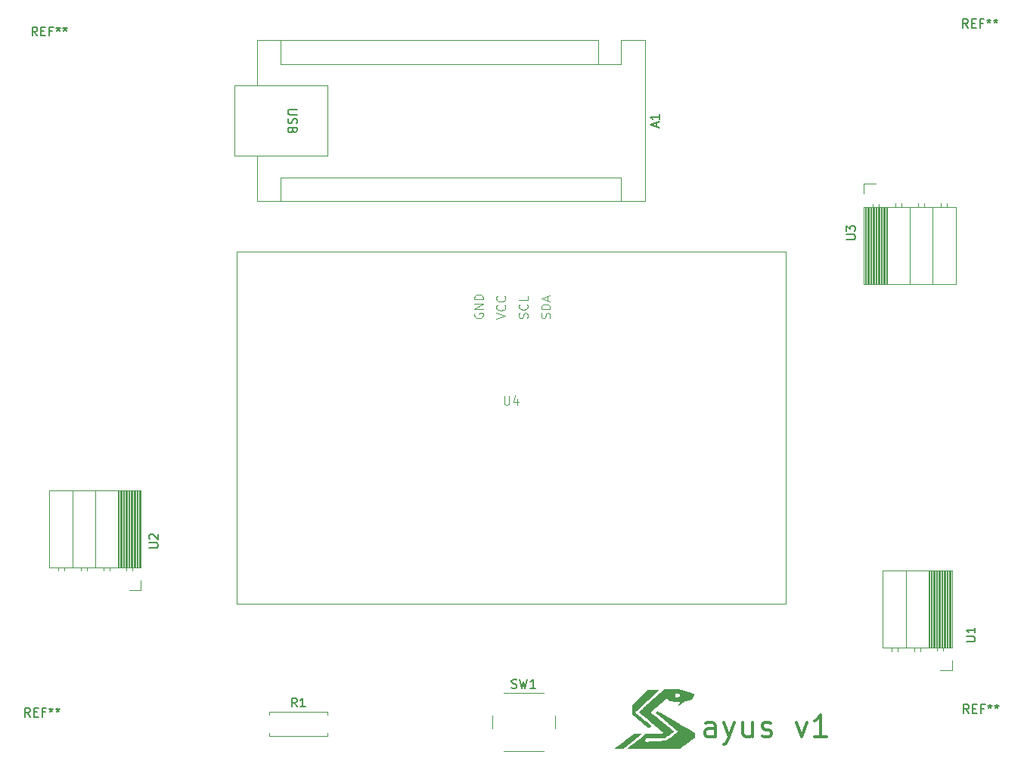
<source format=gto>
G04 #@! TF.GenerationSoftware,KiCad,Pcbnew,9.0.6*
G04 #@! TF.CreationDate,2025-12-21T20:31:47-08:00*
G04 #@! TF.ProjectId,enviroment_sensor,656e7669-726f-46d6-956e-745f73656e73,rev?*
G04 #@! TF.SameCoordinates,Original*
G04 #@! TF.FileFunction,Legend,Top*
G04 #@! TF.FilePolarity,Positive*
%FSLAX46Y46*%
G04 Gerber Fmt 4.6, Leading zero omitted, Abs format (unit mm)*
G04 Created by KiCad (PCBNEW 9.0.6) date 2025-12-21 20:31:47*
%MOMM*%
%LPD*%
G01*
G04 APERTURE LIST*
%ADD10C,0.304800*%
%ADD11C,0.150000*%
%ADD12C,0.100000*%
%ADD13C,0.120000*%
%ADD14C,0.000000*%
G04 APERTURE END LIST*
D10*
X121867192Y-114678197D02*
X121867192Y-113368673D01*
X121867192Y-113368673D02*
X121748145Y-113130578D01*
X121748145Y-113130578D02*
X121510049Y-113011530D01*
X121510049Y-113011530D02*
X121033859Y-113011530D01*
X121033859Y-113011530D02*
X120795764Y-113130578D01*
X121867192Y-114559150D02*
X121629097Y-114678197D01*
X121629097Y-114678197D02*
X121033859Y-114678197D01*
X121033859Y-114678197D02*
X120795764Y-114559150D01*
X120795764Y-114559150D02*
X120676716Y-114321054D01*
X120676716Y-114321054D02*
X120676716Y-114082959D01*
X120676716Y-114082959D02*
X120795764Y-113844864D01*
X120795764Y-113844864D02*
X121033859Y-113725816D01*
X121033859Y-113725816D02*
X121629097Y-113725816D01*
X121629097Y-113725816D02*
X121867192Y-113606769D01*
X122819573Y-113011530D02*
X123414811Y-114678197D01*
X124010050Y-113011530D02*
X123414811Y-114678197D01*
X123414811Y-114678197D02*
X123176716Y-115273435D01*
X123176716Y-115273435D02*
X123057669Y-115392483D01*
X123057669Y-115392483D02*
X122819573Y-115511530D01*
X126033859Y-113011530D02*
X126033859Y-114678197D01*
X124962431Y-113011530D02*
X124962431Y-114321054D01*
X124962431Y-114321054D02*
X125081478Y-114559150D01*
X125081478Y-114559150D02*
X125319573Y-114678197D01*
X125319573Y-114678197D02*
X125676716Y-114678197D01*
X125676716Y-114678197D02*
X125914812Y-114559150D01*
X125914812Y-114559150D02*
X126033859Y-114440102D01*
X127105288Y-114559150D02*
X127343383Y-114678197D01*
X127343383Y-114678197D02*
X127819574Y-114678197D01*
X127819574Y-114678197D02*
X128057669Y-114559150D01*
X128057669Y-114559150D02*
X128176717Y-114321054D01*
X128176717Y-114321054D02*
X128176717Y-114202007D01*
X128176717Y-114202007D02*
X128057669Y-113963911D01*
X128057669Y-113963911D02*
X127819574Y-113844864D01*
X127819574Y-113844864D02*
X127462431Y-113844864D01*
X127462431Y-113844864D02*
X127224336Y-113725816D01*
X127224336Y-113725816D02*
X127105288Y-113487721D01*
X127105288Y-113487721D02*
X127105288Y-113368673D01*
X127105288Y-113368673D02*
X127224336Y-113130578D01*
X127224336Y-113130578D02*
X127462431Y-113011530D01*
X127462431Y-113011530D02*
X127819574Y-113011530D01*
X127819574Y-113011530D02*
X128057669Y-113130578D01*
X130914812Y-113011530D02*
X131510050Y-114678197D01*
X131510050Y-114678197D02*
X132105289Y-113011530D01*
X134367193Y-114678197D02*
X132938622Y-114678197D01*
X133652908Y-114678197D02*
X133652908Y-112178197D01*
X133652908Y-112178197D02*
X133414812Y-112535340D01*
X133414812Y-112535340D02*
X133176717Y-112773435D01*
X133176717Y-112773435D02*
X132938622Y-112892483D01*
D11*
X99066667Y-109157200D02*
X99209524Y-109204819D01*
X99209524Y-109204819D02*
X99447619Y-109204819D01*
X99447619Y-109204819D02*
X99542857Y-109157200D01*
X99542857Y-109157200D02*
X99590476Y-109109580D01*
X99590476Y-109109580D02*
X99638095Y-109014342D01*
X99638095Y-109014342D02*
X99638095Y-108919104D01*
X99638095Y-108919104D02*
X99590476Y-108823866D01*
X99590476Y-108823866D02*
X99542857Y-108776247D01*
X99542857Y-108776247D02*
X99447619Y-108728628D01*
X99447619Y-108728628D02*
X99257143Y-108681009D01*
X99257143Y-108681009D02*
X99161905Y-108633390D01*
X99161905Y-108633390D02*
X99114286Y-108585771D01*
X99114286Y-108585771D02*
X99066667Y-108490533D01*
X99066667Y-108490533D02*
X99066667Y-108395295D01*
X99066667Y-108395295D02*
X99114286Y-108300057D01*
X99114286Y-108300057D02*
X99161905Y-108252438D01*
X99161905Y-108252438D02*
X99257143Y-108204819D01*
X99257143Y-108204819D02*
X99495238Y-108204819D01*
X99495238Y-108204819D02*
X99638095Y-108252438D01*
X99971429Y-108204819D02*
X100209524Y-109204819D01*
X100209524Y-109204819D02*
X100400000Y-108490533D01*
X100400000Y-108490533D02*
X100590476Y-109204819D01*
X100590476Y-109204819D02*
X100828572Y-108204819D01*
X101733333Y-109204819D02*
X101161905Y-109204819D01*
X101447619Y-109204819D02*
X101447619Y-108204819D01*
X101447619Y-108204819D02*
X101352381Y-108347676D01*
X101352381Y-108347676D02*
X101257143Y-108442914D01*
X101257143Y-108442914D02*
X101161905Y-108490533D01*
X136534819Y-58941904D02*
X137344342Y-58941904D01*
X137344342Y-58941904D02*
X137439580Y-58894285D01*
X137439580Y-58894285D02*
X137487200Y-58846666D01*
X137487200Y-58846666D02*
X137534819Y-58751428D01*
X137534819Y-58751428D02*
X137534819Y-58560952D01*
X137534819Y-58560952D02*
X137487200Y-58465714D01*
X137487200Y-58465714D02*
X137439580Y-58418095D01*
X137439580Y-58418095D02*
X137344342Y-58370476D01*
X137344342Y-58370476D02*
X136534819Y-58370476D01*
X136534819Y-57989523D02*
X136534819Y-57370476D01*
X136534819Y-57370476D02*
X136915771Y-57703809D01*
X136915771Y-57703809D02*
X136915771Y-57560952D01*
X136915771Y-57560952D02*
X136963390Y-57465714D01*
X136963390Y-57465714D02*
X137011009Y-57418095D01*
X137011009Y-57418095D02*
X137106247Y-57370476D01*
X137106247Y-57370476D02*
X137344342Y-57370476D01*
X137344342Y-57370476D02*
X137439580Y-57418095D01*
X137439580Y-57418095D02*
X137487200Y-57465714D01*
X137487200Y-57465714D02*
X137534819Y-57560952D01*
X137534819Y-57560952D02*
X137534819Y-57846666D01*
X137534819Y-57846666D02*
X137487200Y-57941904D01*
X137487200Y-57941904D02*
X137439580Y-57989523D01*
X45966666Y-36104819D02*
X45633333Y-35628628D01*
X45395238Y-36104819D02*
X45395238Y-35104819D01*
X45395238Y-35104819D02*
X45776190Y-35104819D01*
X45776190Y-35104819D02*
X45871428Y-35152438D01*
X45871428Y-35152438D02*
X45919047Y-35200057D01*
X45919047Y-35200057D02*
X45966666Y-35295295D01*
X45966666Y-35295295D02*
X45966666Y-35438152D01*
X45966666Y-35438152D02*
X45919047Y-35533390D01*
X45919047Y-35533390D02*
X45871428Y-35581009D01*
X45871428Y-35581009D02*
X45776190Y-35628628D01*
X45776190Y-35628628D02*
X45395238Y-35628628D01*
X46395238Y-35581009D02*
X46728571Y-35581009D01*
X46871428Y-36104819D02*
X46395238Y-36104819D01*
X46395238Y-36104819D02*
X46395238Y-35104819D01*
X46395238Y-35104819D02*
X46871428Y-35104819D01*
X47633333Y-35581009D02*
X47300000Y-35581009D01*
X47300000Y-36104819D02*
X47300000Y-35104819D01*
X47300000Y-35104819D02*
X47776190Y-35104819D01*
X48300000Y-35104819D02*
X48300000Y-35342914D01*
X48061905Y-35247676D02*
X48300000Y-35342914D01*
X48300000Y-35342914D02*
X48538095Y-35247676D01*
X48157143Y-35533390D02*
X48300000Y-35342914D01*
X48300000Y-35342914D02*
X48442857Y-35533390D01*
X49061905Y-35104819D02*
X49061905Y-35342914D01*
X48823810Y-35247676D02*
X49061905Y-35342914D01*
X49061905Y-35342914D02*
X49300000Y-35247676D01*
X48919048Y-35533390D02*
X49061905Y-35342914D01*
X49061905Y-35342914D02*
X49204762Y-35533390D01*
X150266666Y-112004819D02*
X149933333Y-111528628D01*
X149695238Y-112004819D02*
X149695238Y-111004819D01*
X149695238Y-111004819D02*
X150076190Y-111004819D01*
X150076190Y-111004819D02*
X150171428Y-111052438D01*
X150171428Y-111052438D02*
X150219047Y-111100057D01*
X150219047Y-111100057D02*
X150266666Y-111195295D01*
X150266666Y-111195295D02*
X150266666Y-111338152D01*
X150266666Y-111338152D02*
X150219047Y-111433390D01*
X150219047Y-111433390D02*
X150171428Y-111481009D01*
X150171428Y-111481009D02*
X150076190Y-111528628D01*
X150076190Y-111528628D02*
X149695238Y-111528628D01*
X150695238Y-111481009D02*
X151028571Y-111481009D01*
X151171428Y-112004819D02*
X150695238Y-112004819D01*
X150695238Y-112004819D02*
X150695238Y-111004819D01*
X150695238Y-111004819D02*
X151171428Y-111004819D01*
X151933333Y-111481009D02*
X151600000Y-111481009D01*
X151600000Y-112004819D02*
X151600000Y-111004819D01*
X151600000Y-111004819D02*
X152076190Y-111004819D01*
X152600000Y-111004819D02*
X152600000Y-111242914D01*
X152361905Y-111147676D02*
X152600000Y-111242914D01*
X152600000Y-111242914D02*
X152838095Y-111147676D01*
X152457143Y-111433390D02*
X152600000Y-111242914D01*
X152600000Y-111242914D02*
X152742857Y-111433390D01*
X153361905Y-111004819D02*
X153361905Y-111242914D01*
X153123810Y-111147676D02*
X153361905Y-111242914D01*
X153361905Y-111242914D02*
X153600000Y-111147676D01*
X153219048Y-111433390D02*
X153361905Y-111242914D01*
X153361905Y-111242914D02*
X153504762Y-111433390D01*
X115299104Y-46334285D02*
X115299104Y-45858095D01*
X115584819Y-46429523D02*
X114584819Y-46096190D01*
X114584819Y-46096190D02*
X115584819Y-45762857D01*
X115584819Y-44905714D02*
X115584819Y-45477142D01*
X115584819Y-45191428D02*
X114584819Y-45191428D01*
X114584819Y-45191428D02*
X114727676Y-45286666D01*
X114727676Y-45286666D02*
X114822914Y-45381904D01*
X114822914Y-45381904D02*
X114870533Y-45477142D01*
X75035180Y-44358095D02*
X74225657Y-44358095D01*
X74225657Y-44358095D02*
X74130419Y-44405714D01*
X74130419Y-44405714D02*
X74082800Y-44453333D01*
X74082800Y-44453333D02*
X74035180Y-44548571D01*
X74035180Y-44548571D02*
X74035180Y-44739047D01*
X74035180Y-44739047D02*
X74082800Y-44834285D01*
X74082800Y-44834285D02*
X74130419Y-44881904D01*
X74130419Y-44881904D02*
X74225657Y-44929523D01*
X74225657Y-44929523D02*
X75035180Y-44929523D01*
X74082800Y-45358095D02*
X74035180Y-45500952D01*
X74035180Y-45500952D02*
X74035180Y-45739047D01*
X74035180Y-45739047D02*
X74082800Y-45834285D01*
X74082800Y-45834285D02*
X74130419Y-45881904D01*
X74130419Y-45881904D02*
X74225657Y-45929523D01*
X74225657Y-45929523D02*
X74320895Y-45929523D01*
X74320895Y-45929523D02*
X74416133Y-45881904D01*
X74416133Y-45881904D02*
X74463752Y-45834285D01*
X74463752Y-45834285D02*
X74511371Y-45739047D01*
X74511371Y-45739047D02*
X74558990Y-45548571D01*
X74558990Y-45548571D02*
X74606609Y-45453333D01*
X74606609Y-45453333D02*
X74654228Y-45405714D01*
X74654228Y-45405714D02*
X74749466Y-45358095D01*
X74749466Y-45358095D02*
X74844704Y-45358095D01*
X74844704Y-45358095D02*
X74939942Y-45405714D01*
X74939942Y-45405714D02*
X74987561Y-45453333D01*
X74987561Y-45453333D02*
X75035180Y-45548571D01*
X75035180Y-45548571D02*
X75035180Y-45786666D01*
X75035180Y-45786666D02*
X74987561Y-45929523D01*
X74558990Y-46691428D02*
X74511371Y-46834285D01*
X74511371Y-46834285D02*
X74463752Y-46881904D01*
X74463752Y-46881904D02*
X74368514Y-46929523D01*
X74368514Y-46929523D02*
X74225657Y-46929523D01*
X74225657Y-46929523D02*
X74130419Y-46881904D01*
X74130419Y-46881904D02*
X74082800Y-46834285D01*
X74082800Y-46834285D02*
X74035180Y-46739047D01*
X74035180Y-46739047D02*
X74035180Y-46358095D01*
X74035180Y-46358095D02*
X75035180Y-46358095D01*
X75035180Y-46358095D02*
X75035180Y-46691428D01*
X75035180Y-46691428D02*
X74987561Y-46786666D01*
X74987561Y-46786666D02*
X74939942Y-46834285D01*
X74939942Y-46834285D02*
X74844704Y-46881904D01*
X74844704Y-46881904D02*
X74749466Y-46881904D01*
X74749466Y-46881904D02*
X74654228Y-46834285D01*
X74654228Y-46834285D02*
X74606609Y-46786666D01*
X74606609Y-46786666D02*
X74558990Y-46691428D01*
X74558990Y-46691428D02*
X74558990Y-46358095D01*
X58474819Y-93481904D02*
X59284342Y-93481904D01*
X59284342Y-93481904D02*
X59379580Y-93434285D01*
X59379580Y-93434285D02*
X59427200Y-93386666D01*
X59427200Y-93386666D02*
X59474819Y-93291428D01*
X59474819Y-93291428D02*
X59474819Y-93100952D01*
X59474819Y-93100952D02*
X59427200Y-93005714D01*
X59427200Y-93005714D02*
X59379580Y-92958095D01*
X59379580Y-92958095D02*
X59284342Y-92910476D01*
X59284342Y-92910476D02*
X58474819Y-92910476D01*
X58570057Y-92481904D02*
X58522438Y-92434285D01*
X58522438Y-92434285D02*
X58474819Y-92339047D01*
X58474819Y-92339047D02*
X58474819Y-92100952D01*
X58474819Y-92100952D02*
X58522438Y-92005714D01*
X58522438Y-92005714D02*
X58570057Y-91958095D01*
X58570057Y-91958095D02*
X58665295Y-91910476D01*
X58665295Y-91910476D02*
X58760533Y-91910476D01*
X58760533Y-91910476D02*
X58903390Y-91958095D01*
X58903390Y-91958095D02*
X59474819Y-92529523D01*
X59474819Y-92529523D02*
X59474819Y-91910476D01*
X149964819Y-103981904D02*
X150774342Y-103981904D01*
X150774342Y-103981904D02*
X150869580Y-103934285D01*
X150869580Y-103934285D02*
X150917200Y-103886666D01*
X150917200Y-103886666D02*
X150964819Y-103791428D01*
X150964819Y-103791428D02*
X150964819Y-103600952D01*
X150964819Y-103600952D02*
X150917200Y-103505714D01*
X150917200Y-103505714D02*
X150869580Y-103458095D01*
X150869580Y-103458095D02*
X150774342Y-103410476D01*
X150774342Y-103410476D02*
X149964819Y-103410476D01*
X150964819Y-102410476D02*
X150964819Y-102981904D01*
X150964819Y-102696190D02*
X149964819Y-102696190D01*
X149964819Y-102696190D02*
X150107676Y-102791428D01*
X150107676Y-102791428D02*
X150202914Y-102886666D01*
X150202914Y-102886666D02*
X150250533Y-102981904D01*
X75023333Y-111284819D02*
X74690000Y-110808628D01*
X74451905Y-111284819D02*
X74451905Y-110284819D01*
X74451905Y-110284819D02*
X74832857Y-110284819D01*
X74832857Y-110284819D02*
X74928095Y-110332438D01*
X74928095Y-110332438D02*
X74975714Y-110380057D01*
X74975714Y-110380057D02*
X75023333Y-110475295D01*
X75023333Y-110475295D02*
X75023333Y-110618152D01*
X75023333Y-110618152D02*
X74975714Y-110713390D01*
X74975714Y-110713390D02*
X74928095Y-110761009D01*
X74928095Y-110761009D02*
X74832857Y-110808628D01*
X74832857Y-110808628D02*
X74451905Y-110808628D01*
X75975714Y-111284819D02*
X75404286Y-111284819D01*
X75690000Y-111284819D02*
X75690000Y-110284819D01*
X75690000Y-110284819D02*
X75594762Y-110427676D01*
X75594762Y-110427676D02*
X75499524Y-110522914D01*
X75499524Y-110522914D02*
X75404286Y-110570533D01*
X150166666Y-35204819D02*
X149833333Y-34728628D01*
X149595238Y-35204819D02*
X149595238Y-34204819D01*
X149595238Y-34204819D02*
X149976190Y-34204819D01*
X149976190Y-34204819D02*
X150071428Y-34252438D01*
X150071428Y-34252438D02*
X150119047Y-34300057D01*
X150119047Y-34300057D02*
X150166666Y-34395295D01*
X150166666Y-34395295D02*
X150166666Y-34538152D01*
X150166666Y-34538152D02*
X150119047Y-34633390D01*
X150119047Y-34633390D02*
X150071428Y-34681009D01*
X150071428Y-34681009D02*
X149976190Y-34728628D01*
X149976190Y-34728628D02*
X149595238Y-34728628D01*
X150595238Y-34681009D02*
X150928571Y-34681009D01*
X151071428Y-35204819D02*
X150595238Y-35204819D01*
X150595238Y-35204819D02*
X150595238Y-34204819D01*
X150595238Y-34204819D02*
X151071428Y-34204819D01*
X151833333Y-34681009D02*
X151500000Y-34681009D01*
X151500000Y-35204819D02*
X151500000Y-34204819D01*
X151500000Y-34204819D02*
X151976190Y-34204819D01*
X152500000Y-34204819D02*
X152500000Y-34442914D01*
X152261905Y-34347676D02*
X152500000Y-34442914D01*
X152500000Y-34442914D02*
X152738095Y-34347676D01*
X152357143Y-34633390D02*
X152500000Y-34442914D01*
X152500000Y-34442914D02*
X152642857Y-34633390D01*
X153261905Y-34204819D02*
X153261905Y-34442914D01*
X153023810Y-34347676D02*
X153261905Y-34442914D01*
X153261905Y-34442914D02*
X153500000Y-34347676D01*
X153119048Y-34633390D02*
X153261905Y-34442914D01*
X153261905Y-34442914D02*
X153404762Y-34633390D01*
D12*
X98238095Y-76457419D02*
X98238095Y-77266942D01*
X98238095Y-77266942D02*
X98285714Y-77362180D01*
X98285714Y-77362180D02*
X98333333Y-77409800D01*
X98333333Y-77409800D02*
X98428571Y-77457419D01*
X98428571Y-77457419D02*
X98619047Y-77457419D01*
X98619047Y-77457419D02*
X98714285Y-77409800D01*
X98714285Y-77409800D02*
X98761904Y-77362180D01*
X98761904Y-77362180D02*
X98809523Y-77266942D01*
X98809523Y-77266942D02*
X98809523Y-76457419D01*
X99714285Y-76790752D02*
X99714285Y-77457419D01*
X99476190Y-76409800D02*
X99238095Y-77124085D01*
X99238095Y-77124085D02*
X99857142Y-77124085D01*
X97372419Y-67838972D02*
X98372419Y-67505639D01*
X98372419Y-67505639D02*
X97372419Y-67172306D01*
X98277180Y-66267544D02*
X98324800Y-66315163D01*
X98324800Y-66315163D02*
X98372419Y-66458020D01*
X98372419Y-66458020D02*
X98372419Y-66553258D01*
X98372419Y-66553258D02*
X98324800Y-66696115D01*
X98324800Y-66696115D02*
X98229561Y-66791353D01*
X98229561Y-66791353D02*
X98134323Y-66838972D01*
X98134323Y-66838972D02*
X97943847Y-66886591D01*
X97943847Y-66886591D02*
X97800990Y-66886591D01*
X97800990Y-66886591D02*
X97610514Y-66838972D01*
X97610514Y-66838972D02*
X97515276Y-66791353D01*
X97515276Y-66791353D02*
X97420038Y-66696115D01*
X97420038Y-66696115D02*
X97372419Y-66553258D01*
X97372419Y-66553258D02*
X97372419Y-66458020D01*
X97372419Y-66458020D02*
X97420038Y-66315163D01*
X97420038Y-66315163D02*
X97467657Y-66267544D01*
X98277180Y-65267544D02*
X98324800Y-65315163D01*
X98324800Y-65315163D02*
X98372419Y-65458020D01*
X98372419Y-65458020D02*
X98372419Y-65553258D01*
X98372419Y-65553258D02*
X98324800Y-65696115D01*
X98324800Y-65696115D02*
X98229561Y-65791353D01*
X98229561Y-65791353D02*
X98134323Y-65838972D01*
X98134323Y-65838972D02*
X97943847Y-65886591D01*
X97943847Y-65886591D02*
X97800990Y-65886591D01*
X97800990Y-65886591D02*
X97610514Y-65838972D01*
X97610514Y-65838972D02*
X97515276Y-65791353D01*
X97515276Y-65791353D02*
X97420038Y-65696115D01*
X97420038Y-65696115D02*
X97372419Y-65553258D01*
X97372419Y-65553258D02*
X97372419Y-65458020D01*
X97372419Y-65458020D02*
X97420038Y-65315163D01*
X97420038Y-65315163D02*
X97467657Y-65267544D01*
X103324800Y-67743734D02*
X103372419Y-67600877D01*
X103372419Y-67600877D02*
X103372419Y-67362782D01*
X103372419Y-67362782D02*
X103324800Y-67267544D01*
X103324800Y-67267544D02*
X103277180Y-67219925D01*
X103277180Y-67219925D02*
X103181942Y-67172306D01*
X103181942Y-67172306D02*
X103086704Y-67172306D01*
X103086704Y-67172306D02*
X102991466Y-67219925D01*
X102991466Y-67219925D02*
X102943847Y-67267544D01*
X102943847Y-67267544D02*
X102896228Y-67362782D01*
X102896228Y-67362782D02*
X102848609Y-67553258D01*
X102848609Y-67553258D02*
X102800990Y-67648496D01*
X102800990Y-67648496D02*
X102753371Y-67696115D01*
X102753371Y-67696115D02*
X102658133Y-67743734D01*
X102658133Y-67743734D02*
X102562895Y-67743734D01*
X102562895Y-67743734D02*
X102467657Y-67696115D01*
X102467657Y-67696115D02*
X102420038Y-67648496D01*
X102420038Y-67648496D02*
X102372419Y-67553258D01*
X102372419Y-67553258D02*
X102372419Y-67315163D01*
X102372419Y-67315163D02*
X102420038Y-67172306D01*
X103372419Y-66743734D02*
X102372419Y-66743734D01*
X102372419Y-66743734D02*
X102372419Y-66505639D01*
X102372419Y-66505639D02*
X102420038Y-66362782D01*
X102420038Y-66362782D02*
X102515276Y-66267544D01*
X102515276Y-66267544D02*
X102610514Y-66219925D01*
X102610514Y-66219925D02*
X102800990Y-66172306D01*
X102800990Y-66172306D02*
X102943847Y-66172306D01*
X102943847Y-66172306D02*
X103134323Y-66219925D01*
X103134323Y-66219925D02*
X103229561Y-66267544D01*
X103229561Y-66267544D02*
X103324800Y-66362782D01*
X103324800Y-66362782D02*
X103372419Y-66505639D01*
X103372419Y-66505639D02*
X103372419Y-66743734D01*
X103086704Y-65791353D02*
X103086704Y-65315163D01*
X103372419Y-65886591D02*
X102372419Y-65553258D01*
X102372419Y-65553258D02*
X103372419Y-65219925D01*
X94920038Y-67172306D02*
X94872419Y-67267544D01*
X94872419Y-67267544D02*
X94872419Y-67410401D01*
X94872419Y-67410401D02*
X94920038Y-67553258D01*
X94920038Y-67553258D02*
X95015276Y-67648496D01*
X95015276Y-67648496D02*
X95110514Y-67696115D01*
X95110514Y-67696115D02*
X95300990Y-67743734D01*
X95300990Y-67743734D02*
X95443847Y-67743734D01*
X95443847Y-67743734D02*
X95634323Y-67696115D01*
X95634323Y-67696115D02*
X95729561Y-67648496D01*
X95729561Y-67648496D02*
X95824800Y-67553258D01*
X95824800Y-67553258D02*
X95872419Y-67410401D01*
X95872419Y-67410401D02*
X95872419Y-67315163D01*
X95872419Y-67315163D02*
X95824800Y-67172306D01*
X95824800Y-67172306D02*
X95777180Y-67124687D01*
X95777180Y-67124687D02*
X95443847Y-67124687D01*
X95443847Y-67124687D02*
X95443847Y-67315163D01*
X95872419Y-66696115D02*
X94872419Y-66696115D01*
X94872419Y-66696115D02*
X95872419Y-66124687D01*
X95872419Y-66124687D02*
X94872419Y-66124687D01*
X95872419Y-65648496D02*
X94872419Y-65648496D01*
X94872419Y-65648496D02*
X94872419Y-65410401D01*
X94872419Y-65410401D02*
X94920038Y-65267544D01*
X94920038Y-65267544D02*
X95015276Y-65172306D01*
X95015276Y-65172306D02*
X95110514Y-65124687D01*
X95110514Y-65124687D02*
X95300990Y-65077068D01*
X95300990Y-65077068D02*
X95443847Y-65077068D01*
X95443847Y-65077068D02*
X95634323Y-65124687D01*
X95634323Y-65124687D02*
X95729561Y-65172306D01*
X95729561Y-65172306D02*
X95824800Y-65267544D01*
X95824800Y-65267544D02*
X95872419Y-65410401D01*
X95872419Y-65410401D02*
X95872419Y-65648496D01*
X100824800Y-67743734D02*
X100872419Y-67600877D01*
X100872419Y-67600877D02*
X100872419Y-67362782D01*
X100872419Y-67362782D02*
X100824800Y-67267544D01*
X100824800Y-67267544D02*
X100777180Y-67219925D01*
X100777180Y-67219925D02*
X100681942Y-67172306D01*
X100681942Y-67172306D02*
X100586704Y-67172306D01*
X100586704Y-67172306D02*
X100491466Y-67219925D01*
X100491466Y-67219925D02*
X100443847Y-67267544D01*
X100443847Y-67267544D02*
X100396228Y-67362782D01*
X100396228Y-67362782D02*
X100348609Y-67553258D01*
X100348609Y-67553258D02*
X100300990Y-67648496D01*
X100300990Y-67648496D02*
X100253371Y-67696115D01*
X100253371Y-67696115D02*
X100158133Y-67743734D01*
X100158133Y-67743734D02*
X100062895Y-67743734D01*
X100062895Y-67743734D02*
X99967657Y-67696115D01*
X99967657Y-67696115D02*
X99920038Y-67648496D01*
X99920038Y-67648496D02*
X99872419Y-67553258D01*
X99872419Y-67553258D02*
X99872419Y-67315163D01*
X99872419Y-67315163D02*
X99920038Y-67172306D01*
X100777180Y-66172306D02*
X100824800Y-66219925D01*
X100824800Y-66219925D02*
X100872419Y-66362782D01*
X100872419Y-66362782D02*
X100872419Y-66458020D01*
X100872419Y-66458020D02*
X100824800Y-66600877D01*
X100824800Y-66600877D02*
X100729561Y-66696115D01*
X100729561Y-66696115D02*
X100634323Y-66743734D01*
X100634323Y-66743734D02*
X100443847Y-66791353D01*
X100443847Y-66791353D02*
X100300990Y-66791353D01*
X100300990Y-66791353D02*
X100110514Y-66743734D01*
X100110514Y-66743734D02*
X100015276Y-66696115D01*
X100015276Y-66696115D02*
X99920038Y-66600877D01*
X99920038Y-66600877D02*
X99872419Y-66458020D01*
X99872419Y-66458020D02*
X99872419Y-66362782D01*
X99872419Y-66362782D02*
X99920038Y-66219925D01*
X99920038Y-66219925D02*
X99967657Y-66172306D01*
X100872419Y-65267544D02*
X100872419Y-65743734D01*
X100872419Y-65743734D02*
X99872419Y-65743734D01*
D11*
X45166666Y-112404819D02*
X44833333Y-111928628D01*
X44595238Y-112404819D02*
X44595238Y-111404819D01*
X44595238Y-111404819D02*
X44976190Y-111404819D01*
X44976190Y-111404819D02*
X45071428Y-111452438D01*
X45071428Y-111452438D02*
X45119047Y-111500057D01*
X45119047Y-111500057D02*
X45166666Y-111595295D01*
X45166666Y-111595295D02*
X45166666Y-111738152D01*
X45166666Y-111738152D02*
X45119047Y-111833390D01*
X45119047Y-111833390D02*
X45071428Y-111881009D01*
X45071428Y-111881009D02*
X44976190Y-111928628D01*
X44976190Y-111928628D02*
X44595238Y-111928628D01*
X45595238Y-111881009D02*
X45928571Y-111881009D01*
X46071428Y-112404819D02*
X45595238Y-112404819D01*
X45595238Y-112404819D02*
X45595238Y-111404819D01*
X45595238Y-111404819D02*
X46071428Y-111404819D01*
X46833333Y-111881009D02*
X46500000Y-111881009D01*
X46500000Y-112404819D02*
X46500000Y-111404819D01*
X46500000Y-111404819D02*
X46976190Y-111404819D01*
X47500000Y-111404819D02*
X47500000Y-111642914D01*
X47261905Y-111547676D02*
X47500000Y-111642914D01*
X47500000Y-111642914D02*
X47738095Y-111547676D01*
X47357143Y-111833390D02*
X47500000Y-111642914D01*
X47500000Y-111642914D02*
X47642857Y-111833390D01*
X48261905Y-111404819D02*
X48261905Y-111642914D01*
X48023810Y-111547676D02*
X48261905Y-111642914D01*
X48261905Y-111642914D02*
X48500000Y-111547676D01*
X48119048Y-111833390D02*
X48261905Y-111642914D01*
X48261905Y-111642914D02*
X48404762Y-111833390D01*
D13*
X96900000Y-112250000D02*
X96900000Y-113750000D01*
X98150000Y-116250000D02*
X102650000Y-116250000D01*
X102650000Y-109750000D02*
X98150000Y-109750000D01*
X103900000Y-113750000D02*
X103900000Y-112250000D01*
X138520000Y-52690000D02*
X139850000Y-52690000D01*
X138520000Y-53800000D02*
X138520000Y-52690000D01*
X138520000Y-55260000D02*
X148800000Y-55260000D01*
X138520000Y-63890000D02*
X138520000Y-55260000D01*
X138520000Y-63890000D02*
X148800000Y-63890000D01*
X138640000Y-63890000D02*
X138640000Y-55260000D01*
X138758095Y-63890000D02*
X138758095Y-55260000D01*
X138876190Y-63890000D02*
X138876190Y-55260000D01*
X138994285Y-63890000D02*
X138994285Y-55260000D01*
X139112380Y-63890000D02*
X139112380Y-55260000D01*
X139230475Y-63890000D02*
X139230475Y-55260000D01*
X139348570Y-63890000D02*
X139348570Y-55260000D01*
X139466665Y-63890000D02*
X139466665Y-55260000D01*
X139490000Y-55260000D02*
X139490000Y-54910000D01*
X139584760Y-63890000D02*
X139584760Y-55260000D01*
X139702855Y-63890000D02*
X139702855Y-55260000D01*
X139820950Y-63890000D02*
X139820950Y-55260000D01*
X139939045Y-63890000D02*
X139939045Y-55260000D01*
X140057140Y-63890000D02*
X140057140Y-55260000D01*
X140175235Y-63890000D02*
X140175235Y-55260000D01*
X140210000Y-55260000D02*
X140210000Y-54910000D01*
X140293330Y-63890000D02*
X140293330Y-55260000D01*
X140411425Y-63890000D02*
X140411425Y-55260000D01*
X140529520Y-63890000D02*
X140529520Y-55260000D01*
X140647615Y-63890000D02*
X140647615Y-55260000D01*
X140765710Y-63890000D02*
X140765710Y-55260000D01*
X140883805Y-63890000D02*
X140883805Y-55260000D01*
X141001900Y-63890000D02*
X141001900Y-55260000D01*
X141120000Y-63890000D02*
X141120000Y-55260000D01*
X142030000Y-55260000D02*
X142030000Y-54850000D01*
X142750000Y-55260000D02*
X142750000Y-54850000D01*
X143660000Y-63890000D02*
X143660000Y-55260000D01*
X144570000Y-55260000D02*
X144570000Y-54850000D01*
X145290000Y-55260000D02*
X145290000Y-54850000D01*
X146200000Y-63890000D02*
X146200000Y-55260000D01*
X147110000Y-55260000D02*
X147110000Y-54850000D01*
X147830000Y-55260000D02*
X147830000Y-54850000D01*
X148800000Y-63890000D02*
X148800000Y-55260000D01*
X68010000Y-41680000D02*
X78430000Y-41680000D01*
X68010000Y-49560000D02*
X68010000Y-41680000D01*
X70550000Y-36600000D02*
X70550000Y-41680000D01*
X70550000Y-54640000D02*
X70550000Y-49560000D01*
X70550000Y-54640000D02*
X113990000Y-54640000D01*
X73220000Y-39270000D02*
X73220000Y-36600000D01*
X73220000Y-51970000D02*
X73220000Y-54640000D01*
X78430000Y-41680000D02*
X78430000Y-49560000D01*
X78430000Y-49560000D02*
X68010000Y-49560000D01*
X108780000Y-36600000D02*
X70550000Y-36600000D01*
X108780000Y-39270000D02*
X73220000Y-39270000D01*
X108780000Y-39270000D02*
X108780000Y-36600000D01*
X108780000Y-39270000D02*
X111320000Y-39270000D01*
X111320000Y-39270000D02*
X111320000Y-36600000D01*
X111320000Y-51970000D02*
X73220000Y-51970000D01*
X111320000Y-51970000D02*
X111320000Y-54640000D01*
X113990000Y-36600000D02*
X111320000Y-36600000D01*
X113990000Y-54640000D02*
X113990000Y-36600000D01*
X47300000Y-87010000D02*
X47300000Y-95640000D01*
X48270000Y-95640000D02*
X48270000Y-96050000D01*
X48990000Y-95640000D02*
X48990000Y-96050000D01*
X49900000Y-87010000D02*
X49900000Y-95640000D01*
X50810000Y-95640000D02*
X50810000Y-96050000D01*
X51530000Y-95640000D02*
X51530000Y-96050000D01*
X52440000Y-87010000D02*
X52440000Y-95640000D01*
X53350000Y-95640000D02*
X53350000Y-96050000D01*
X54070000Y-95640000D02*
X54070000Y-96050000D01*
X54980000Y-87010000D02*
X54980000Y-95640000D01*
X55098100Y-87010000D02*
X55098100Y-95640000D01*
X55216195Y-87010000D02*
X55216195Y-95640000D01*
X55334290Y-87010000D02*
X55334290Y-95640000D01*
X55452385Y-87010000D02*
X55452385Y-95640000D01*
X55570480Y-87010000D02*
X55570480Y-95640000D01*
X55688575Y-87010000D02*
X55688575Y-95640000D01*
X55806670Y-87010000D02*
X55806670Y-95640000D01*
X55890000Y-95640000D02*
X55890000Y-95990000D01*
X55924765Y-87010000D02*
X55924765Y-95640000D01*
X56042860Y-87010000D02*
X56042860Y-95640000D01*
X56160955Y-87010000D02*
X56160955Y-95640000D01*
X56279050Y-87010000D02*
X56279050Y-95640000D01*
X56397145Y-87010000D02*
X56397145Y-95640000D01*
X56515240Y-87010000D02*
X56515240Y-95640000D01*
X56610000Y-95640000D02*
X56610000Y-95990000D01*
X56633335Y-87010000D02*
X56633335Y-95640000D01*
X56751430Y-87010000D02*
X56751430Y-95640000D01*
X56869525Y-87010000D02*
X56869525Y-95640000D01*
X56987620Y-87010000D02*
X56987620Y-95640000D01*
X57105715Y-87010000D02*
X57105715Y-95640000D01*
X57223810Y-87010000D02*
X57223810Y-95640000D01*
X57341905Y-87010000D02*
X57341905Y-95640000D01*
X57460000Y-87010000D02*
X57460000Y-95640000D01*
X57580000Y-87010000D02*
X47300000Y-87010000D01*
X57580000Y-87010000D02*
X57580000Y-95640000D01*
X57580000Y-95640000D02*
X47300000Y-95640000D01*
X57580000Y-97100000D02*
X57580000Y-98210000D01*
X57580000Y-98210000D02*
X56250000Y-98210000D01*
D14*
G36*
X113292017Y-114281982D02*
G01*
X113396001Y-114282847D01*
X113489343Y-114284565D01*
X113566367Y-114287151D01*
X113621401Y-114290617D01*
X113648769Y-114294977D01*
X113650763Y-114296662D01*
X113646629Y-114303448D01*
X113633215Y-114317359D01*
X113609008Y-114339647D01*
X113572495Y-114371567D01*
X113522162Y-114414373D01*
X113456493Y-114469318D01*
X113373977Y-114537655D01*
X113273098Y-114620639D01*
X113152343Y-114719524D01*
X113010199Y-114835563D01*
X112845150Y-114970009D01*
X112655683Y-115124118D01*
X112440640Y-115298854D01*
X112325441Y-115392345D01*
X112201116Y-115493109D01*
X112076017Y-115594383D01*
X111958496Y-115689408D01*
X111856908Y-115771422D01*
X111825138Y-115797029D01*
X111560555Y-116010170D01*
X111041090Y-116010293D01*
X110910792Y-116009846D01*
X110793574Y-116008524D01*
X110693602Y-116006447D01*
X110615041Y-116003736D01*
X110562059Y-116000514D01*
X110538821Y-115996901D01*
X110538381Y-115995651D01*
X110556223Y-115981727D01*
X110598712Y-115949377D01*
X110662249Y-115901315D01*
X110743240Y-115840253D01*
X110838088Y-115768907D01*
X110943196Y-115689990D01*
X110987291Y-115656923D01*
X111124322Y-115553761D01*
X111279414Y-115436270D01*
X111442844Y-115311864D01*
X111604890Y-115187953D01*
X111755831Y-115071952D01*
X111851597Y-114997937D01*
X111972437Y-114904266D01*
X112096510Y-114808105D01*
X112217699Y-114714196D01*
X112329884Y-114627278D01*
X112426946Y-114552093D01*
X112502769Y-114493381D01*
X112508032Y-114489306D01*
X112584732Y-114429409D01*
X112651480Y-114376288D01*
X112703291Y-114333987D01*
X112735185Y-114306552D01*
X112742789Y-114298751D01*
X112762387Y-114294002D01*
X112811064Y-114290016D01*
X112883145Y-114286805D01*
X112972955Y-114284384D01*
X113074820Y-114282764D01*
X113183065Y-114281959D01*
X113292017Y-114281982D01*
G37*
G36*
X115066093Y-109396219D02*
G01*
X115197625Y-109397317D01*
X115313320Y-109399037D01*
X115409183Y-109401286D01*
X115481214Y-109403975D01*
X115525417Y-109407012D01*
X115538125Y-109409842D01*
X115525751Y-109426260D01*
X115491890Y-109461274D01*
X115441431Y-109510055D01*
X115379264Y-109567773D01*
X115366145Y-109579702D01*
X115280944Y-109657730D01*
X115185760Y-109746199D01*
X115093830Y-109832747D01*
X115035416Y-109888541D01*
X114941792Y-109978251D01*
X114823768Y-110090465D01*
X114682859Y-110223757D01*
X114520584Y-110376698D01*
X114338460Y-110547860D01*
X114138003Y-110735816D01*
X113920731Y-110939138D01*
X113694419Y-111150556D01*
X113527637Y-111306345D01*
X113385042Y-111439797D01*
X113264938Y-111552547D01*
X113165628Y-111646226D01*
X113085414Y-111722469D01*
X113022601Y-111782908D01*
X112975490Y-111829177D01*
X112942387Y-111862908D01*
X112921593Y-111885735D01*
X112911412Y-111899292D01*
X112910147Y-111905210D01*
X112910254Y-111905309D01*
X112925335Y-111917670D01*
X112964746Y-111949938D01*
X113025513Y-111999680D01*
X113104664Y-112064462D01*
X113199226Y-112141852D01*
X113306226Y-112229416D01*
X113422691Y-112324721D01*
X113456736Y-112352579D01*
X113677616Y-112533381D01*
X113872683Y-112693201D01*
X114043480Y-112833334D01*
X114191548Y-112955074D01*
X114318428Y-113059715D01*
X114425664Y-113148552D01*
X114514797Y-113222880D01*
X114587368Y-113283993D01*
X114644921Y-113333186D01*
X114688996Y-113371753D01*
X114721136Y-113400989D01*
X114742882Y-113422188D01*
X114755777Y-113436644D01*
X114761362Y-113445654D01*
X114761902Y-113448321D01*
X114747114Y-113465440D01*
X114708069Y-113493216D01*
X114652484Y-113527399D01*
X114588077Y-113563741D01*
X114522564Y-113597993D01*
X114463664Y-113625906D01*
X114419093Y-113643232D01*
X114401382Y-113646805D01*
X114377109Y-113635263D01*
X114327469Y-113600569D01*
X114252338Y-113542625D01*
X114151592Y-113461330D01*
X114025106Y-113356584D01*
X113872756Y-113228286D01*
X113719569Y-113097853D01*
X113579910Y-112978463D01*
X113439432Y-112858399D01*
X113302268Y-112741193D01*
X113172553Y-112630376D01*
X113054420Y-112529479D01*
X112952003Y-112442034D01*
X112869435Y-112371570D01*
X112826519Y-112334972D01*
X112575538Y-112121041D01*
X112575165Y-111615742D01*
X112574791Y-111110443D01*
X113441058Y-110253138D01*
X114307325Y-109395832D01*
X114922725Y-109395832D01*
X115066093Y-109396219D01*
G37*
G36*
X117335149Y-109290979D02*
G01*
X117473078Y-109291791D01*
X117585095Y-109293151D01*
X117674321Y-109295150D01*
X117743877Y-109297879D01*
X117796885Y-109301428D01*
X117836466Y-109305889D01*
X117865742Y-109311353D01*
X117886289Y-109317354D01*
X117923686Y-109329830D01*
X117989459Y-109350947D01*
X118078251Y-109379020D01*
X118184705Y-109412363D01*
X118303464Y-109449292D01*
X118422083Y-109485938D01*
X118648310Y-109555744D01*
X118842971Y-109616156D01*
X119008283Y-109667927D01*
X119146466Y-109711813D01*
X119259739Y-109748567D01*
X119350321Y-109778943D01*
X119420432Y-109803697D01*
X119472291Y-109823582D01*
X119508116Y-109839352D01*
X119530127Y-109851762D01*
X119540544Y-109861566D01*
X119542152Y-109866639D01*
X119534104Y-109894026D01*
X119512563Y-109943473D01*
X119481431Y-110006350D01*
X119464717Y-110037863D01*
X119417882Y-110125280D01*
X119366128Y-110223391D01*
X119319790Y-110312585D01*
X119315025Y-110321874D01*
X119281153Y-110387368D01*
X119252265Y-110442033D01*
X119232891Y-110477343D01*
X119228677Y-110484358D01*
X119207262Y-110495084D01*
X119157783Y-110510582D01*
X119086889Y-110529340D01*
X119001229Y-110549846D01*
X118907453Y-110570589D01*
X118812211Y-110590056D01*
X118722151Y-110606736D01*
X118643924Y-110619118D01*
X118624930Y-110621623D01*
X118589997Y-110626676D01*
X118557798Y-110634044D01*
X118524607Y-110646030D01*
X118486694Y-110664940D01*
X118440332Y-110693079D01*
X118381793Y-110732753D01*
X118307348Y-110786266D01*
X118213270Y-110855925D01*
X118095829Y-110944033D01*
X118060486Y-110970642D01*
X117947635Y-111054732D01*
X117860274Y-111117709D01*
X117796569Y-111160775D01*
X117754686Y-111185133D01*
X117732793Y-111191984D01*
X117728518Y-111188346D01*
X117732752Y-111161823D01*
X117748451Y-111110312D01*
X117773133Y-111041224D01*
X117804313Y-110961975D01*
X117804479Y-110961571D01*
X117836980Y-110881942D01*
X117864992Y-110812407D01*
X117885507Y-110760491D01*
X117895484Y-110733831D01*
X117895709Y-110725409D01*
X117887872Y-110718765D01*
X117868324Y-110713681D01*
X117833418Y-110709938D01*
X117779502Y-110707316D01*
X117702930Y-110705598D01*
X117600052Y-110704564D01*
X117467218Y-110703996D01*
X117395268Y-110703831D01*
X117245767Y-110703369D01*
X117127134Y-110702452D01*
X117034957Y-110700816D01*
X116964826Y-110698196D01*
X116912331Y-110694329D01*
X116873062Y-110688951D01*
X116842609Y-110681798D01*
X116816560Y-110672607D01*
X116807202Y-110668657D01*
X116718968Y-110615873D01*
X116643741Y-110538275D01*
X116577447Y-110431361D01*
X116559875Y-110395441D01*
X116503629Y-110274980D01*
X116430981Y-110344839D01*
X116396606Y-110376502D01*
X116338195Y-110428669D01*
X116258536Y-110498927D01*
X116160413Y-110584864D01*
X116046612Y-110684067D01*
X115919918Y-110794122D01*
X115783119Y-110912618D01*
X115638998Y-111037141D01*
X115490342Y-111165278D01*
X115339937Y-111294617D01*
X115190568Y-111422745D01*
X115045021Y-111547250D01*
X114906081Y-111665718D01*
X114899581Y-111671249D01*
X114819224Y-111740122D01*
X114748909Y-111801335D01*
X114692779Y-111851206D01*
X114654975Y-111886050D01*
X114639638Y-111902183D01*
X114639501Y-111902591D01*
X114652268Y-111916826D01*
X114687939Y-111948299D01*
X114741456Y-111992737D01*
X114807762Y-112045870D01*
X114827442Y-112061341D01*
X114888232Y-112109284D01*
X114973004Y-112176656D01*
X115078317Y-112260691D01*
X115200731Y-112358624D01*
X115336806Y-112467693D01*
X115483100Y-112585131D01*
X115636175Y-112708174D01*
X115792588Y-112834057D01*
X115948899Y-112960016D01*
X116101669Y-113083287D01*
X116247455Y-113201103D01*
X116382819Y-113310702D01*
X116444652Y-113360854D01*
X116617412Y-113501114D01*
X116764682Y-113620788D01*
X116888401Y-113721476D01*
X116990510Y-113804777D01*
X117072949Y-113872288D01*
X117137656Y-113925610D01*
X117186573Y-113966340D01*
X117221637Y-113996078D01*
X117244790Y-114016422D01*
X117257971Y-114028972D01*
X117263119Y-114035326D01*
X117263226Y-114035573D01*
X117256498Y-114046568D01*
X117231437Y-114070241D01*
X117186644Y-114107678D01*
X117120722Y-114159966D01*
X117032272Y-114228192D01*
X116919897Y-114313443D01*
X116782197Y-114416804D01*
X116617776Y-114539363D01*
X116555175Y-114585868D01*
X116252500Y-114810557D01*
X115230603Y-114810764D01*
X115014681Y-114810849D01*
X114831167Y-114811069D01*
X114677191Y-114811519D01*
X114549882Y-114812288D01*
X114446370Y-114813470D01*
X114363786Y-114815157D01*
X114299259Y-114817440D01*
X114249920Y-114820412D01*
X114212897Y-114824165D01*
X114185322Y-114828792D01*
X114164324Y-114834383D01*
X114147033Y-114841032D01*
X114136607Y-114845874D01*
X114062477Y-114898706D01*
X114017480Y-114969919D01*
X114003541Y-115049735D01*
X114019902Y-115115192D01*
X114063923Y-115174462D01*
X114128015Y-115219985D01*
X114197730Y-115243151D01*
X114238426Y-115247014D01*
X114278055Y-115241731D01*
X114326713Y-115224594D01*
X114394496Y-115192896D01*
X114405459Y-115187455D01*
X114541527Y-115119652D01*
X115423472Y-115110832D01*
X116305416Y-115102013D01*
X116728750Y-114793732D01*
X116854501Y-114701948D01*
X116987622Y-114604417D01*
X117120691Y-114506603D01*
X117246282Y-114413971D01*
X117356973Y-114331985D01*
X117433063Y-114275301D01*
X117714043Y-114065150D01*
X117652011Y-114010318D01*
X117621192Y-113983903D01*
X117567677Y-113938923D01*
X117496041Y-113879187D01*
X117410862Y-113808505D01*
X117316718Y-113730685D01*
X117247559Y-113673697D01*
X117129978Y-113576862D01*
X116999728Y-113469470D01*
X116866254Y-113359316D01*
X116739003Y-113254198D01*
X116627421Y-113161911D01*
X116605277Y-113143577D01*
X116517764Y-113071254D01*
X116408791Y-112981434D01*
X116283371Y-112878230D01*
X116146515Y-112765753D01*
X116003238Y-112648118D01*
X115858552Y-112529435D01*
X115717470Y-112413818D01*
X115585005Y-112305379D01*
X115466169Y-112208230D01*
X115365976Y-112126484D01*
X115308819Y-112079981D01*
X115260004Y-112039053D01*
X115223349Y-112005917D01*
X115206406Y-111987417D01*
X115206193Y-111986952D01*
X115212035Y-111962732D01*
X115235205Y-111921385D01*
X115269133Y-111871733D01*
X115307246Y-111822598D01*
X115342974Y-111782800D01*
X115369745Y-111761162D01*
X115375622Y-111759509D01*
X115409424Y-111768401D01*
X115455582Y-111790384D01*
X115467569Y-111797409D01*
X115495408Y-111814009D01*
X115551320Y-111846939D01*
X115632883Y-111894788D01*
X115737678Y-111956144D01*
X115863283Y-112029597D01*
X116007280Y-112113736D01*
X116167247Y-112207149D01*
X116340764Y-112308427D01*
X116525410Y-112416157D01*
X116718766Y-112528929D01*
X116918411Y-112645331D01*
X117121925Y-112763953D01*
X117326887Y-112883384D01*
X117530877Y-113002212D01*
X117731475Y-113119027D01*
X117926261Y-113232418D01*
X118112813Y-113340973D01*
X118288712Y-113443282D01*
X118451538Y-113537934D01*
X118598870Y-113623517D01*
X118728287Y-113698620D01*
X118808011Y-113744831D01*
X118949977Y-113827461D01*
X119083964Y-113906198D01*
X119206550Y-113978976D01*
X119314313Y-114043732D01*
X119403833Y-114098400D01*
X119471688Y-114140915D01*
X119514457Y-114169213D01*
X119526796Y-114178638D01*
X119577430Y-114225403D01*
X119577430Y-114463907D01*
X119577430Y-114702410D01*
X119484826Y-114780725D01*
X119430442Y-114825311D01*
X119350453Y-114888880D01*
X119247556Y-114969356D01*
X119124449Y-115064665D01*
X118983831Y-115172734D01*
X118828401Y-115291487D01*
X118660857Y-115418850D01*
X118483897Y-115552749D01*
X118316387Y-115678955D01*
X117875553Y-116010416D01*
X114934131Y-116010416D01*
X114614899Y-116010338D01*
X114305344Y-116010109D01*
X114007292Y-116009739D01*
X113722572Y-116009234D01*
X113453012Y-116008604D01*
X113200440Y-116007856D01*
X112966684Y-116006999D01*
X112753573Y-116006041D01*
X112562934Y-116004989D01*
X112396596Y-116003854D01*
X112256387Y-116002641D01*
X112144135Y-116001361D01*
X112061667Y-116000021D01*
X112010813Y-115998629D01*
X111993401Y-115997193D01*
X111993401Y-115997187D01*
X112006784Y-115982607D01*
X112043663Y-115949794D01*
X112099804Y-115902322D01*
X112170972Y-115843764D01*
X112252933Y-115777695D01*
X112262394Y-115770148D01*
X112355856Y-115695405D01*
X112470064Y-115603596D01*
X112605884Y-115494021D01*
X112764183Y-115365975D01*
X112945829Y-115218757D01*
X113151688Y-115051665D01*
X113382627Y-114863996D01*
X113639514Y-114655047D01*
X113789999Y-114532571D01*
X114043888Y-114325902D01*
X114938079Y-114317082D01*
X115832270Y-114308263D01*
X115932142Y-114241937D01*
X115982393Y-114206286D01*
X116018263Y-114176489D01*
X116032013Y-114158979D01*
X116032013Y-114158945D01*
X116023968Y-114148995D01*
X115999301Y-114125480D01*
X115957217Y-114087731D01*
X115896923Y-114035075D01*
X115817623Y-113966841D01*
X115718522Y-113882357D01*
X115598825Y-113780953D01*
X115457738Y-113661957D01*
X115294466Y-113524698D01*
X115108214Y-113368505D01*
X114898187Y-113192705D01*
X114663590Y-112996628D01*
X114403628Y-112779602D01*
X114117507Y-112540957D01*
X114030000Y-112468005D01*
X113894282Y-112354694D01*
X113766950Y-112248037D01*
X113650549Y-112150190D01*
X113547622Y-112063307D01*
X113460712Y-111989544D01*
X113392364Y-111931055D01*
X113345122Y-111889995D01*
X113321529Y-111868519D01*
X113319301Y-111865963D01*
X113330213Y-111850437D01*
X113363654Y-111815424D01*
X113415681Y-111764753D01*
X113482351Y-111702258D01*
X113559721Y-111631769D01*
X113567310Y-111624953D01*
X113643817Y-111555928D01*
X113740680Y-111467928D01*
X113852403Y-111365983D01*
X113973487Y-111255121D01*
X114098437Y-111140370D01*
X114221754Y-111026760D01*
X114278316Y-110974513D01*
X114412284Y-110850951D01*
X114562398Y-110713015D01*
X114720482Y-110568186D01*
X114878358Y-110423943D01*
X115027848Y-110287766D01*
X115116605Y-110207221D01*
X117371414Y-110207221D01*
X117552790Y-110207123D01*
X117637285Y-110205300D01*
X117715730Y-110200484D01*
X117776774Y-110193513D01*
X117799552Y-110188865D01*
X117868329Y-110153751D01*
X117914404Y-110097995D01*
X117935197Y-110029932D01*
X117928129Y-109957895D01*
X117891616Y-109891393D01*
X117847269Y-109850807D01*
X117790609Y-109823715D01*
X117715405Y-109808543D01*
X117615423Y-109803717D01*
X117548958Y-109804857D01*
X117381388Y-109810346D01*
X117376401Y-110008784D01*
X117371414Y-110207221D01*
X115116605Y-110207221D01*
X115160776Y-110167137D01*
X115176835Y-110152606D01*
X115296766Y-110044129D01*
X115421589Y-109931224D01*
X115545438Y-109819198D01*
X115662446Y-109713358D01*
X115766746Y-109619010D01*
X115852472Y-109541461D01*
X115873263Y-109522652D01*
X116129027Y-109291272D01*
X116969067Y-109290635D01*
X117168185Y-109290624D01*
X117335149Y-109290979D01*
G37*
D13*
X140630000Y-96010000D02*
X140630000Y-104640000D01*
X141600000Y-104640000D02*
X141600000Y-105050000D01*
X142320000Y-104640000D02*
X142320000Y-105050000D01*
X143230000Y-96010000D02*
X143230000Y-104640000D01*
X144140000Y-104640000D02*
X144140000Y-105050000D01*
X144860000Y-104640000D02*
X144860000Y-105050000D01*
X145770000Y-96010000D02*
X145770000Y-104640000D01*
X145888100Y-96010000D02*
X145888100Y-104640000D01*
X146006195Y-96010000D02*
X146006195Y-104640000D01*
X146124290Y-96010000D02*
X146124290Y-104640000D01*
X146242385Y-96010000D02*
X146242385Y-104640000D01*
X146360480Y-96010000D02*
X146360480Y-104640000D01*
X146478575Y-96010000D02*
X146478575Y-104640000D01*
X146596670Y-96010000D02*
X146596670Y-104640000D01*
X146680000Y-104640000D02*
X146680000Y-104990000D01*
X146714765Y-96010000D02*
X146714765Y-104640000D01*
X146832860Y-96010000D02*
X146832860Y-104640000D01*
X146950955Y-96010000D02*
X146950955Y-104640000D01*
X147069050Y-96010000D02*
X147069050Y-104640000D01*
X147187145Y-96010000D02*
X147187145Y-104640000D01*
X147305240Y-96010000D02*
X147305240Y-104640000D01*
X147400000Y-104640000D02*
X147400000Y-104990000D01*
X147423335Y-96010000D02*
X147423335Y-104640000D01*
X147541430Y-96010000D02*
X147541430Y-104640000D01*
X147659525Y-96010000D02*
X147659525Y-104640000D01*
X147777620Y-96010000D02*
X147777620Y-104640000D01*
X147895715Y-96010000D02*
X147895715Y-104640000D01*
X148013810Y-96010000D02*
X148013810Y-104640000D01*
X148131905Y-96010000D02*
X148131905Y-104640000D01*
X148250000Y-96010000D02*
X148250000Y-104640000D01*
X148370000Y-96010000D02*
X140630000Y-96010000D01*
X148370000Y-96010000D02*
X148370000Y-104640000D01*
X148370000Y-104640000D02*
X140630000Y-104640000D01*
X148370000Y-106100000D02*
X148370000Y-107210000D01*
X148370000Y-107210000D02*
X147040000Y-107210000D01*
X71920000Y-111830000D02*
X78460000Y-111830000D01*
X71920000Y-112160000D02*
X71920000Y-111830000D01*
X71920000Y-114240000D02*
X71920000Y-114570000D01*
X71920000Y-114570000D02*
X78460000Y-114570000D01*
X78460000Y-111830000D02*
X78460000Y-112160000D01*
X78460000Y-114570000D02*
X78460000Y-114240000D01*
D12*
X68250000Y-60250000D02*
X129750000Y-60250000D01*
X68250000Y-99750000D02*
X68250000Y-60250000D01*
X129750000Y-60250000D02*
X129750000Y-99750000D01*
X129750000Y-99750000D02*
X68250000Y-99750000D01*
%LPC*%
G36*
X46873513Y-114544208D02*
G01*
X47112293Y-114621793D01*
X47335998Y-114735776D01*
X47539117Y-114883350D01*
X47716650Y-115060883D01*
X47864224Y-115264002D01*
X47978207Y-115487707D01*
X48055792Y-115726487D01*
X48095068Y-115974465D01*
X48095068Y-116225535D01*
X48055792Y-116473513D01*
X47978207Y-116712293D01*
X47864224Y-116935998D01*
X47716650Y-117139117D01*
X47539117Y-117316650D01*
X47335998Y-117464224D01*
X47112293Y-117578207D01*
X46873513Y-117655792D01*
X46625535Y-117695068D01*
X46374465Y-117695068D01*
X46126487Y-117655792D01*
X45887707Y-117578207D01*
X45664002Y-117464224D01*
X45460883Y-117316650D01*
X45283350Y-117139117D01*
X45135776Y-116935998D01*
X45021793Y-116712293D01*
X44944208Y-116473513D01*
X44904932Y-116225535D01*
X44904932Y-115974465D01*
X44944208Y-115726487D01*
X45021793Y-115487707D01*
X45135776Y-115264002D01*
X45283350Y-115060883D01*
X45460883Y-114883350D01*
X45664002Y-114735776D01*
X45887707Y-114621793D01*
X46126487Y-114544208D01*
X46374465Y-114504932D01*
X46625535Y-114504932D01*
X46873513Y-114544208D01*
G37*
G36*
X151973513Y-114144208D02*
G01*
X152212293Y-114221793D01*
X152435998Y-114335776D01*
X152639117Y-114483350D01*
X152816650Y-114660883D01*
X152964224Y-114864002D01*
X153078207Y-115087707D01*
X153155792Y-115326487D01*
X153195068Y-115574465D01*
X153195068Y-115825535D01*
X153155792Y-116073513D01*
X153078207Y-116312293D01*
X152964224Y-116535998D01*
X152816650Y-116739117D01*
X152639117Y-116916650D01*
X152435998Y-117064224D01*
X152212293Y-117178207D01*
X151973513Y-117255792D01*
X151725535Y-117295068D01*
X151474465Y-117295068D01*
X151226487Y-117255792D01*
X150987707Y-117178207D01*
X150764002Y-117064224D01*
X150560883Y-116916650D01*
X150383350Y-116739117D01*
X150235776Y-116535998D01*
X150121793Y-116312293D01*
X150044208Y-116073513D01*
X150004932Y-115825535D01*
X150004932Y-115574465D01*
X150044208Y-115326487D01*
X150121793Y-115087707D01*
X150235776Y-114864002D01*
X150383350Y-114660883D01*
X150560883Y-114483350D01*
X150764002Y-114335776D01*
X150987707Y-114221793D01*
X151226487Y-114144208D01*
X151474465Y-114104932D01*
X151725535Y-114104932D01*
X151973513Y-114144208D01*
G37*
G36*
X97440285Y-114293060D02*
G01*
X97621397Y-114368079D01*
X97784393Y-114476990D01*
X97923010Y-114615607D01*
X98031921Y-114778603D01*
X98106940Y-114959715D01*
X98145185Y-115151983D01*
X98145185Y-115348017D01*
X98106940Y-115540285D01*
X98031921Y-115721397D01*
X97923010Y-115884393D01*
X97784393Y-116023010D01*
X97621397Y-116131921D01*
X97440285Y-116206940D01*
X97248017Y-116245185D01*
X97051983Y-116245185D01*
X96859715Y-116206940D01*
X96678603Y-116131921D01*
X96515607Y-116023010D01*
X96376990Y-115884393D01*
X96268079Y-115721397D01*
X96193060Y-115540285D01*
X96154815Y-115348017D01*
X96154815Y-115151983D01*
X96193060Y-114959715D01*
X96268079Y-114778603D01*
X96376990Y-114615607D01*
X96515607Y-114476990D01*
X96678603Y-114368079D01*
X96859715Y-114293060D01*
X97051983Y-114254815D01*
X97248017Y-114254815D01*
X97440285Y-114293060D01*
G37*
G36*
X103940285Y-114293060D02*
G01*
X104121397Y-114368079D01*
X104284393Y-114476990D01*
X104423010Y-114615607D01*
X104531921Y-114778603D01*
X104606940Y-114959715D01*
X104645185Y-115151983D01*
X104645185Y-115348017D01*
X104606940Y-115540285D01*
X104531921Y-115721397D01*
X104423010Y-115884393D01*
X104284393Y-116023010D01*
X104121397Y-116131921D01*
X103940285Y-116206940D01*
X103748017Y-116245185D01*
X103551983Y-116245185D01*
X103359715Y-116206940D01*
X103178603Y-116131921D01*
X103015607Y-116023010D01*
X102876990Y-115884393D01*
X102768079Y-115721397D01*
X102693060Y-115540285D01*
X102654815Y-115348017D01*
X102654815Y-115151983D01*
X102693060Y-114959715D01*
X102768079Y-114778603D01*
X102876990Y-114615607D01*
X103015607Y-114476990D01*
X103178603Y-114368079D01*
X103359715Y-114293060D01*
X103551983Y-114254815D01*
X103748017Y-114254815D01*
X103940285Y-114293060D01*
G37*
G36*
X71612228Y-112434448D02*
G01*
X71757117Y-112494463D01*
X71887515Y-112581592D01*
X71998408Y-112692485D01*
X72085537Y-112822883D01*
X72145552Y-112967772D01*
X72176148Y-113121586D01*
X72176148Y-113278414D01*
X72145552Y-113432228D01*
X72085537Y-113577117D01*
X71998408Y-113707515D01*
X71887515Y-113818408D01*
X71757117Y-113905537D01*
X71612228Y-113965552D01*
X71458414Y-113996148D01*
X71301586Y-113996148D01*
X71147772Y-113965552D01*
X71002883Y-113905537D01*
X70872485Y-113818408D01*
X70761592Y-113707515D01*
X70674463Y-113577117D01*
X70614448Y-113432228D01*
X70583852Y-113278414D01*
X70583852Y-113121586D01*
X70614448Y-112967772D01*
X70674463Y-112822883D01*
X70761592Y-112692485D01*
X70872485Y-112581592D01*
X71002883Y-112494463D01*
X71147772Y-112434448D01*
X71301586Y-112403852D01*
X71458414Y-112403852D01*
X71612228Y-112434448D01*
G37*
G36*
X79232228Y-112434448D02*
G01*
X79377117Y-112494463D01*
X79507515Y-112581592D01*
X79618408Y-112692485D01*
X79705537Y-112822883D01*
X79765552Y-112967772D01*
X79796148Y-113121586D01*
X79796148Y-113278414D01*
X79765552Y-113432228D01*
X79705537Y-113577117D01*
X79618408Y-113707515D01*
X79507515Y-113818408D01*
X79377117Y-113905537D01*
X79232228Y-113965552D01*
X79078414Y-113996148D01*
X78921586Y-113996148D01*
X78767772Y-113965552D01*
X78622883Y-113905537D01*
X78492485Y-113818408D01*
X78381592Y-113707515D01*
X78294463Y-113577117D01*
X78234448Y-113432228D01*
X78203852Y-113278414D01*
X78203852Y-113121586D01*
X78234448Y-112967772D01*
X78294463Y-112822883D01*
X78381592Y-112692485D01*
X78492485Y-112581592D01*
X78622883Y-112494463D01*
X78767772Y-112434448D01*
X78921586Y-112403852D01*
X79078414Y-112403852D01*
X79232228Y-112434448D01*
G37*
G36*
X97440285Y-109793060D02*
G01*
X97621397Y-109868079D01*
X97784393Y-109976990D01*
X97923010Y-110115607D01*
X98031921Y-110278603D01*
X98106940Y-110459715D01*
X98145185Y-110651983D01*
X98145185Y-110848017D01*
X98106940Y-111040285D01*
X98031921Y-111221397D01*
X97923010Y-111384393D01*
X97784393Y-111523010D01*
X97621397Y-111631921D01*
X97440285Y-111706940D01*
X97248017Y-111745185D01*
X97051983Y-111745185D01*
X96859715Y-111706940D01*
X96678603Y-111631921D01*
X96515607Y-111523010D01*
X96376990Y-111384393D01*
X96268079Y-111221397D01*
X96193060Y-111040285D01*
X96154815Y-110848017D01*
X96154815Y-110651983D01*
X96193060Y-110459715D01*
X96268079Y-110278603D01*
X96376990Y-110115607D01*
X96515607Y-109976990D01*
X96678603Y-109868079D01*
X96859715Y-109793060D01*
X97051983Y-109754815D01*
X97248017Y-109754815D01*
X97440285Y-109793060D01*
G37*
G36*
X103940285Y-109793060D02*
G01*
X104121397Y-109868079D01*
X104284393Y-109976990D01*
X104423010Y-110115607D01*
X104531921Y-110278603D01*
X104606940Y-110459715D01*
X104645185Y-110651983D01*
X104645185Y-110848017D01*
X104606940Y-111040285D01*
X104531921Y-111221397D01*
X104423010Y-111384393D01*
X104284393Y-111523010D01*
X104121397Y-111631921D01*
X103940285Y-111706940D01*
X103748017Y-111745185D01*
X103551983Y-111745185D01*
X103359715Y-111706940D01*
X103178603Y-111631921D01*
X103015607Y-111523010D01*
X102876990Y-111384393D01*
X102768079Y-111221397D01*
X102693060Y-111040285D01*
X102654815Y-110848017D01*
X102654815Y-110651983D01*
X102693060Y-110459715D01*
X102768079Y-110278603D01*
X102876990Y-110115607D01*
X103015607Y-109976990D01*
X103178603Y-109868079D01*
X103359715Y-109793060D01*
X103551983Y-109754815D01*
X103748017Y-109754815D01*
X103940285Y-109793060D01*
G37*
G36*
X147890000Y-106950000D02*
G01*
X146190000Y-106950000D01*
X146190000Y-105250000D01*
X147890000Y-105250000D01*
X147890000Y-106950000D01*
G37*
G36*
X142206742Y-105286601D02*
G01*
X142360687Y-105350367D01*
X142499234Y-105442941D01*
X142617059Y-105560766D01*
X142709633Y-105699313D01*
X142773399Y-105853258D01*
X142805907Y-106016685D01*
X142805907Y-106183315D01*
X142773399Y-106346742D01*
X142709633Y-106500687D01*
X142617059Y-106639234D01*
X142499234Y-106757059D01*
X142360687Y-106849633D01*
X142206742Y-106913399D01*
X142043315Y-106945907D01*
X141876685Y-106945907D01*
X141713258Y-106913399D01*
X141559313Y-106849633D01*
X141420766Y-106757059D01*
X141302941Y-106639234D01*
X141210367Y-106500687D01*
X141146601Y-106346742D01*
X141114093Y-106183315D01*
X141114093Y-106016685D01*
X141146601Y-105853258D01*
X141210367Y-105699313D01*
X141302941Y-105560766D01*
X141420766Y-105442941D01*
X141559313Y-105350367D01*
X141713258Y-105286601D01*
X141876685Y-105254093D01*
X142043315Y-105254093D01*
X142206742Y-105286601D01*
G37*
G36*
X144746742Y-105286601D02*
G01*
X144900687Y-105350367D01*
X145039234Y-105442941D01*
X145157059Y-105560766D01*
X145249633Y-105699313D01*
X145313399Y-105853258D01*
X145345907Y-106016685D01*
X145345907Y-106183315D01*
X145313399Y-106346742D01*
X145249633Y-106500687D01*
X145157059Y-106639234D01*
X145039234Y-106757059D01*
X144900687Y-106849633D01*
X144746742Y-106913399D01*
X144583315Y-106945907D01*
X144416685Y-106945907D01*
X144253258Y-106913399D01*
X144099313Y-106849633D01*
X143960766Y-106757059D01*
X143842941Y-106639234D01*
X143750367Y-106500687D01*
X143686601Y-106346742D01*
X143654093Y-106183315D01*
X143654093Y-106016685D01*
X143686601Y-105853258D01*
X143750367Y-105699313D01*
X143842941Y-105560766D01*
X143960766Y-105442941D01*
X144099313Y-105350367D01*
X144253258Y-105286601D01*
X144416685Y-105254093D01*
X144583315Y-105254093D01*
X144746742Y-105286601D01*
G37*
G36*
X57100000Y-97950000D02*
G01*
X55400000Y-97950000D01*
X55400000Y-96250000D01*
X57100000Y-96250000D01*
X57100000Y-97950000D01*
G37*
G36*
X48876742Y-96286601D02*
G01*
X49030687Y-96350367D01*
X49169234Y-96442941D01*
X49287059Y-96560766D01*
X49379633Y-96699313D01*
X49443399Y-96853258D01*
X49475907Y-97016685D01*
X49475907Y-97183315D01*
X49443399Y-97346742D01*
X49379633Y-97500687D01*
X49287059Y-97639234D01*
X49169234Y-97757059D01*
X49030687Y-97849633D01*
X48876742Y-97913399D01*
X48713315Y-97945907D01*
X48546685Y-97945907D01*
X48383258Y-97913399D01*
X48229313Y-97849633D01*
X48090766Y-97757059D01*
X47972941Y-97639234D01*
X47880367Y-97500687D01*
X47816601Y-97346742D01*
X47784093Y-97183315D01*
X47784093Y-97016685D01*
X47816601Y-96853258D01*
X47880367Y-96699313D01*
X47972941Y-96560766D01*
X48090766Y-96442941D01*
X48229313Y-96350367D01*
X48383258Y-96286601D01*
X48546685Y-96254093D01*
X48713315Y-96254093D01*
X48876742Y-96286601D01*
G37*
G36*
X51416742Y-96286601D02*
G01*
X51570687Y-96350367D01*
X51709234Y-96442941D01*
X51827059Y-96560766D01*
X51919633Y-96699313D01*
X51983399Y-96853258D01*
X52015907Y-97016685D01*
X52015907Y-97183315D01*
X51983399Y-97346742D01*
X51919633Y-97500687D01*
X51827059Y-97639234D01*
X51709234Y-97757059D01*
X51570687Y-97849633D01*
X51416742Y-97913399D01*
X51253315Y-97945907D01*
X51086685Y-97945907D01*
X50923258Y-97913399D01*
X50769313Y-97849633D01*
X50630766Y-97757059D01*
X50512941Y-97639234D01*
X50420367Y-97500687D01*
X50356601Y-97346742D01*
X50324093Y-97183315D01*
X50324093Y-97016685D01*
X50356601Y-96853258D01*
X50420367Y-96699313D01*
X50512941Y-96560766D01*
X50630766Y-96442941D01*
X50769313Y-96350367D01*
X50923258Y-96286601D01*
X51086685Y-96254093D01*
X51253315Y-96254093D01*
X51416742Y-96286601D01*
G37*
G36*
X53956742Y-96286601D02*
G01*
X54110687Y-96350367D01*
X54249234Y-96442941D01*
X54367059Y-96560766D01*
X54459633Y-96699313D01*
X54523399Y-96853258D01*
X54555907Y-97016685D01*
X54555907Y-97183315D01*
X54523399Y-97346742D01*
X54459633Y-97500687D01*
X54367059Y-97639234D01*
X54249234Y-97757059D01*
X54110687Y-97849633D01*
X53956742Y-97913399D01*
X53793315Y-97945907D01*
X53626685Y-97945907D01*
X53463258Y-97913399D01*
X53309313Y-97849633D01*
X53170766Y-97757059D01*
X53052941Y-97639234D01*
X52960367Y-97500687D01*
X52896601Y-97346742D01*
X52864093Y-97183315D01*
X52864093Y-97016685D01*
X52896601Y-96853258D01*
X52960367Y-96699313D01*
X53052941Y-96560766D01*
X53170766Y-96442941D01*
X53309313Y-96350367D01*
X53463258Y-96286601D01*
X53626685Y-96254093D01*
X53793315Y-96254093D01*
X53956742Y-96286601D01*
G37*
G36*
X95952000Y-64292000D02*
G01*
X94428000Y-64292000D01*
X94428000Y-62768000D01*
X95952000Y-62768000D01*
X95952000Y-64292000D01*
G37*
G36*
X97951197Y-62800811D02*
G01*
X98089204Y-62857976D01*
X98213408Y-62940966D01*
X98319034Y-63046592D01*
X98402024Y-63170796D01*
X98459189Y-63308803D01*
X98488331Y-63455311D01*
X98488331Y-63604689D01*
X98459189Y-63751197D01*
X98402024Y-63889204D01*
X98319034Y-64013408D01*
X98213408Y-64119034D01*
X98089204Y-64202024D01*
X97951197Y-64259189D01*
X97804689Y-64288331D01*
X97655311Y-64288331D01*
X97508803Y-64259189D01*
X97370796Y-64202024D01*
X97246592Y-64119034D01*
X97140966Y-64013408D01*
X97057976Y-63889204D01*
X97000811Y-63751197D01*
X96971669Y-63604689D01*
X96971669Y-63455311D01*
X97000811Y-63308803D01*
X97057976Y-63170796D01*
X97140966Y-63046592D01*
X97246592Y-62940966D01*
X97370796Y-62857976D01*
X97508803Y-62800811D01*
X97655311Y-62771669D01*
X97804689Y-62771669D01*
X97951197Y-62800811D01*
G37*
G36*
X100491197Y-62800811D02*
G01*
X100629204Y-62857976D01*
X100753408Y-62940966D01*
X100859034Y-63046592D01*
X100942024Y-63170796D01*
X100999189Y-63308803D01*
X101028331Y-63455311D01*
X101028331Y-63604689D01*
X100999189Y-63751197D01*
X100942024Y-63889204D01*
X100859034Y-64013408D01*
X100753408Y-64119034D01*
X100629204Y-64202024D01*
X100491197Y-64259189D01*
X100344689Y-64288331D01*
X100195311Y-64288331D01*
X100048803Y-64259189D01*
X99910796Y-64202024D01*
X99786592Y-64119034D01*
X99680966Y-64013408D01*
X99597976Y-63889204D01*
X99540811Y-63751197D01*
X99511669Y-63604689D01*
X99511669Y-63455311D01*
X99540811Y-63308803D01*
X99597976Y-63170796D01*
X99680966Y-63046592D01*
X99786592Y-62940966D01*
X99910796Y-62857976D01*
X100048803Y-62800811D01*
X100195311Y-62771669D01*
X100344689Y-62771669D01*
X100491197Y-62800811D01*
G37*
G36*
X103031197Y-62800811D02*
G01*
X103169204Y-62857976D01*
X103293408Y-62940966D01*
X103399034Y-63046592D01*
X103482024Y-63170796D01*
X103539189Y-63308803D01*
X103568331Y-63455311D01*
X103568331Y-63604689D01*
X103539189Y-63751197D01*
X103482024Y-63889204D01*
X103399034Y-64013408D01*
X103293408Y-64119034D01*
X103169204Y-64202024D01*
X103031197Y-64259189D01*
X102884689Y-64288331D01*
X102735311Y-64288331D01*
X102588803Y-64259189D01*
X102450796Y-64202024D01*
X102326592Y-64119034D01*
X102220966Y-64013408D01*
X102137976Y-63889204D01*
X102080811Y-63751197D01*
X102051669Y-63604689D01*
X102051669Y-63455311D01*
X102080811Y-63308803D01*
X102137976Y-63170796D01*
X102220966Y-63046592D01*
X102326592Y-62940966D01*
X102450796Y-62857976D01*
X102588803Y-62800811D01*
X102735311Y-62771669D01*
X102884689Y-62771669D01*
X103031197Y-62800811D01*
G37*
G36*
X140700000Y-54650000D02*
G01*
X139000000Y-54650000D01*
X139000000Y-52950000D01*
X140700000Y-52950000D01*
X140700000Y-54650000D01*
G37*
G36*
X142636742Y-52986601D02*
G01*
X142790687Y-53050367D01*
X142929234Y-53142941D01*
X143047059Y-53260766D01*
X143139633Y-53399313D01*
X143203399Y-53553258D01*
X143235907Y-53716685D01*
X143235907Y-53883315D01*
X143203399Y-54046742D01*
X143139633Y-54200687D01*
X143047059Y-54339234D01*
X142929234Y-54457059D01*
X142790687Y-54549633D01*
X142636742Y-54613399D01*
X142473315Y-54645907D01*
X142306685Y-54645907D01*
X142143258Y-54613399D01*
X141989313Y-54549633D01*
X141850766Y-54457059D01*
X141732941Y-54339234D01*
X141640367Y-54200687D01*
X141576601Y-54046742D01*
X141544093Y-53883315D01*
X141544093Y-53716685D01*
X141576601Y-53553258D01*
X141640367Y-53399313D01*
X141732941Y-53260766D01*
X141850766Y-53142941D01*
X141989313Y-53050367D01*
X142143258Y-52986601D01*
X142306685Y-52954093D01*
X142473315Y-52954093D01*
X142636742Y-52986601D01*
G37*
G36*
X145176742Y-52986601D02*
G01*
X145330687Y-53050367D01*
X145469234Y-53142941D01*
X145587059Y-53260766D01*
X145679633Y-53399313D01*
X145743399Y-53553258D01*
X145775907Y-53716685D01*
X145775907Y-53883315D01*
X145743399Y-54046742D01*
X145679633Y-54200687D01*
X145587059Y-54339234D01*
X145469234Y-54457059D01*
X145330687Y-54549633D01*
X145176742Y-54613399D01*
X145013315Y-54645907D01*
X144846685Y-54645907D01*
X144683258Y-54613399D01*
X144529313Y-54549633D01*
X144390766Y-54457059D01*
X144272941Y-54339234D01*
X144180367Y-54200687D01*
X144116601Y-54046742D01*
X144084093Y-53883315D01*
X144084093Y-53716685D01*
X144116601Y-53553258D01*
X144180367Y-53399313D01*
X144272941Y-53260766D01*
X144390766Y-53142941D01*
X144529313Y-53050367D01*
X144683258Y-52986601D01*
X144846685Y-52954093D01*
X145013315Y-52954093D01*
X145176742Y-52986601D01*
G37*
G36*
X147716742Y-52986601D02*
G01*
X147870687Y-53050367D01*
X148009234Y-53142941D01*
X148127059Y-53260766D01*
X148219633Y-53399313D01*
X148283399Y-53553258D01*
X148315907Y-53716685D01*
X148315907Y-53883315D01*
X148283399Y-54046742D01*
X148219633Y-54200687D01*
X148127059Y-54339234D01*
X148009234Y-54457059D01*
X147870687Y-54549633D01*
X147716742Y-54613399D01*
X147553315Y-54645907D01*
X147386685Y-54645907D01*
X147223258Y-54613399D01*
X147069313Y-54549633D01*
X146930766Y-54457059D01*
X146812941Y-54339234D01*
X146720367Y-54200687D01*
X146656601Y-54046742D01*
X146624093Y-53883315D01*
X146624093Y-53716685D01*
X146656601Y-53553258D01*
X146720367Y-53399313D01*
X146812941Y-53260766D01*
X146930766Y-53142941D01*
X147069313Y-53050367D01*
X147223258Y-52986601D01*
X147386685Y-52954093D01*
X147553315Y-52954093D01*
X147716742Y-52986601D01*
G37*
G36*
X74722228Y-52474448D02*
G01*
X74867117Y-52534463D01*
X74997515Y-52621592D01*
X75108408Y-52732485D01*
X75195537Y-52862883D01*
X75255552Y-53007772D01*
X75286148Y-53161586D01*
X75286148Y-53318414D01*
X75255552Y-53472228D01*
X75195537Y-53617117D01*
X75108408Y-53747515D01*
X74997515Y-53858408D01*
X74867117Y-53945537D01*
X74722228Y-54005552D01*
X74568414Y-54036148D01*
X74411586Y-54036148D01*
X74257772Y-54005552D01*
X74112883Y-53945537D01*
X73982485Y-53858408D01*
X73871592Y-53747515D01*
X73784463Y-53617117D01*
X73724448Y-53472228D01*
X73693852Y-53318414D01*
X73693852Y-53161586D01*
X73724448Y-53007772D01*
X73784463Y-52862883D01*
X73871592Y-52732485D01*
X73982485Y-52621592D01*
X74112883Y-52534463D01*
X74257772Y-52474448D01*
X74411586Y-52443852D01*
X74568414Y-52443852D01*
X74722228Y-52474448D01*
G37*
G36*
X77262228Y-52474448D02*
G01*
X77407117Y-52534463D01*
X77537515Y-52621592D01*
X77648408Y-52732485D01*
X77735537Y-52862883D01*
X77795552Y-53007772D01*
X77826148Y-53161586D01*
X77826148Y-53318414D01*
X77795552Y-53472228D01*
X77735537Y-53617117D01*
X77648408Y-53747515D01*
X77537515Y-53858408D01*
X77407117Y-53945537D01*
X77262228Y-54005552D01*
X77108414Y-54036148D01*
X76951586Y-54036148D01*
X76797772Y-54005552D01*
X76652883Y-53945537D01*
X76522485Y-53858408D01*
X76411592Y-53747515D01*
X76324463Y-53617117D01*
X76264448Y-53472228D01*
X76233852Y-53318414D01*
X76233852Y-53161586D01*
X76264448Y-53007772D01*
X76324463Y-52862883D01*
X76411592Y-52732485D01*
X76522485Y-52621592D01*
X76652883Y-52534463D01*
X76797772Y-52474448D01*
X76951586Y-52443852D01*
X77108414Y-52443852D01*
X77262228Y-52474448D01*
G37*
G36*
X79802228Y-52474448D02*
G01*
X79947117Y-52534463D01*
X80077515Y-52621592D01*
X80188408Y-52732485D01*
X80275537Y-52862883D01*
X80335552Y-53007772D01*
X80366148Y-53161586D01*
X80366148Y-53318414D01*
X80335552Y-53472228D01*
X80275537Y-53617117D01*
X80188408Y-53747515D01*
X80077515Y-53858408D01*
X79947117Y-53945537D01*
X79802228Y-54005552D01*
X79648414Y-54036148D01*
X79491586Y-54036148D01*
X79337772Y-54005552D01*
X79192883Y-53945537D01*
X79062485Y-53858408D01*
X78951592Y-53747515D01*
X78864463Y-53617117D01*
X78804448Y-53472228D01*
X78773852Y-53318414D01*
X78773852Y-53161586D01*
X78804448Y-53007772D01*
X78864463Y-52862883D01*
X78951592Y-52732485D01*
X79062485Y-52621592D01*
X79192883Y-52534463D01*
X79337772Y-52474448D01*
X79491586Y-52443852D01*
X79648414Y-52443852D01*
X79802228Y-52474448D01*
G37*
G36*
X82342228Y-52474448D02*
G01*
X82487117Y-52534463D01*
X82617515Y-52621592D01*
X82728408Y-52732485D01*
X82815537Y-52862883D01*
X82875552Y-53007772D01*
X82906148Y-53161586D01*
X82906148Y-53318414D01*
X82875552Y-53472228D01*
X82815537Y-53617117D01*
X82728408Y-53747515D01*
X82617515Y-53858408D01*
X82487117Y-53945537D01*
X82342228Y-54005552D01*
X82188414Y-54036148D01*
X82031586Y-54036148D01*
X81877772Y-54005552D01*
X81732883Y-53945537D01*
X81602485Y-53858408D01*
X81491592Y-53747515D01*
X81404463Y-53617117D01*
X81344448Y-53472228D01*
X81313852Y-53318414D01*
X81313852Y-53161586D01*
X81344448Y-53007772D01*
X81404463Y-52862883D01*
X81491592Y-52732485D01*
X81602485Y-52621592D01*
X81732883Y-52534463D01*
X81877772Y-52474448D01*
X82031586Y-52443852D01*
X82188414Y-52443852D01*
X82342228Y-52474448D01*
G37*
G36*
X84882228Y-52474448D02*
G01*
X85027117Y-52534463D01*
X85157515Y-52621592D01*
X85268408Y-52732485D01*
X85355537Y-52862883D01*
X85415552Y-53007772D01*
X85446148Y-53161586D01*
X85446148Y-53318414D01*
X85415552Y-53472228D01*
X85355537Y-53617117D01*
X85268408Y-53747515D01*
X85157515Y-53858408D01*
X85027117Y-53945537D01*
X84882228Y-54005552D01*
X84728414Y-54036148D01*
X84571586Y-54036148D01*
X84417772Y-54005552D01*
X84272883Y-53945537D01*
X84142485Y-53858408D01*
X84031592Y-53747515D01*
X83944463Y-53617117D01*
X83884448Y-53472228D01*
X83853852Y-53318414D01*
X83853852Y-53161586D01*
X83884448Y-53007772D01*
X83944463Y-52862883D01*
X84031592Y-52732485D01*
X84142485Y-52621592D01*
X84272883Y-52534463D01*
X84417772Y-52474448D01*
X84571586Y-52443852D01*
X84728414Y-52443852D01*
X84882228Y-52474448D01*
G37*
G36*
X87422228Y-52474448D02*
G01*
X87567117Y-52534463D01*
X87697515Y-52621592D01*
X87808408Y-52732485D01*
X87895537Y-52862883D01*
X87955552Y-53007772D01*
X87986148Y-53161586D01*
X87986148Y-53318414D01*
X87955552Y-53472228D01*
X87895537Y-53617117D01*
X87808408Y-53747515D01*
X87697515Y-53858408D01*
X87567117Y-53945537D01*
X87422228Y-54005552D01*
X87268414Y-54036148D01*
X87111586Y-54036148D01*
X86957772Y-54005552D01*
X86812883Y-53945537D01*
X86682485Y-53858408D01*
X86571592Y-53747515D01*
X86484463Y-53617117D01*
X86424448Y-53472228D01*
X86393852Y-53318414D01*
X86393852Y-53161586D01*
X86424448Y-53007772D01*
X86484463Y-52862883D01*
X86571592Y-52732485D01*
X86682485Y-52621592D01*
X86812883Y-52534463D01*
X86957772Y-52474448D01*
X87111586Y-52443852D01*
X87268414Y-52443852D01*
X87422228Y-52474448D01*
G37*
G36*
X89962228Y-52474448D02*
G01*
X90107117Y-52534463D01*
X90237515Y-52621592D01*
X90348408Y-52732485D01*
X90435537Y-52862883D01*
X90495552Y-53007772D01*
X90526148Y-53161586D01*
X90526148Y-53318414D01*
X90495552Y-53472228D01*
X90435537Y-53617117D01*
X90348408Y-53747515D01*
X90237515Y-53858408D01*
X90107117Y-53945537D01*
X89962228Y-54005552D01*
X89808414Y-54036148D01*
X89651586Y-54036148D01*
X89497772Y-54005552D01*
X89352883Y-53945537D01*
X89222485Y-53858408D01*
X89111592Y-53747515D01*
X89024463Y-53617117D01*
X88964448Y-53472228D01*
X88933852Y-53318414D01*
X88933852Y-53161586D01*
X88964448Y-53007772D01*
X89024463Y-52862883D01*
X89111592Y-52732485D01*
X89222485Y-52621592D01*
X89352883Y-52534463D01*
X89497772Y-52474448D01*
X89651586Y-52443852D01*
X89808414Y-52443852D01*
X89962228Y-52474448D01*
G37*
G36*
X92502228Y-52474448D02*
G01*
X92647117Y-52534463D01*
X92777515Y-52621592D01*
X92888408Y-52732485D01*
X92975537Y-52862883D01*
X93035552Y-53007772D01*
X93066148Y-53161586D01*
X93066148Y-53318414D01*
X93035552Y-53472228D01*
X92975537Y-53617117D01*
X92888408Y-53747515D01*
X92777515Y-53858408D01*
X92647117Y-53945537D01*
X92502228Y-54005552D01*
X92348414Y-54036148D01*
X92191586Y-54036148D01*
X92037772Y-54005552D01*
X91892883Y-53945537D01*
X91762485Y-53858408D01*
X91651592Y-53747515D01*
X91564463Y-53617117D01*
X91504448Y-53472228D01*
X91473852Y-53318414D01*
X91473852Y-53161586D01*
X91504448Y-53007772D01*
X91564463Y-52862883D01*
X91651592Y-52732485D01*
X91762485Y-52621592D01*
X91892883Y-52534463D01*
X92037772Y-52474448D01*
X92191586Y-52443852D01*
X92348414Y-52443852D01*
X92502228Y-52474448D01*
G37*
G36*
X95042228Y-52474448D02*
G01*
X95187117Y-52534463D01*
X95317515Y-52621592D01*
X95428408Y-52732485D01*
X95515537Y-52862883D01*
X95575552Y-53007772D01*
X95606148Y-53161586D01*
X95606148Y-53318414D01*
X95575552Y-53472228D01*
X95515537Y-53617117D01*
X95428408Y-53747515D01*
X95317515Y-53858408D01*
X95187117Y-53945537D01*
X95042228Y-54005552D01*
X94888414Y-54036148D01*
X94731586Y-54036148D01*
X94577772Y-54005552D01*
X94432883Y-53945537D01*
X94302485Y-53858408D01*
X94191592Y-53747515D01*
X94104463Y-53617117D01*
X94044448Y-53472228D01*
X94013852Y-53318414D01*
X94013852Y-53161586D01*
X94044448Y-53007772D01*
X94104463Y-52862883D01*
X94191592Y-52732485D01*
X94302485Y-52621592D01*
X94432883Y-52534463D01*
X94577772Y-52474448D01*
X94731586Y-52443852D01*
X94888414Y-52443852D01*
X95042228Y-52474448D01*
G37*
G36*
X97582228Y-52474448D02*
G01*
X97727117Y-52534463D01*
X97857515Y-52621592D01*
X97968408Y-52732485D01*
X98055537Y-52862883D01*
X98115552Y-53007772D01*
X98146148Y-53161586D01*
X98146148Y-53318414D01*
X98115552Y-53472228D01*
X98055537Y-53617117D01*
X97968408Y-53747515D01*
X97857515Y-53858408D01*
X97727117Y-53945537D01*
X97582228Y-54005552D01*
X97428414Y-54036148D01*
X97271586Y-54036148D01*
X97117772Y-54005552D01*
X96972883Y-53945537D01*
X96842485Y-53858408D01*
X96731592Y-53747515D01*
X96644463Y-53617117D01*
X96584448Y-53472228D01*
X96553852Y-53318414D01*
X96553852Y-53161586D01*
X96584448Y-53007772D01*
X96644463Y-52862883D01*
X96731592Y-52732485D01*
X96842485Y-52621592D01*
X96972883Y-52534463D01*
X97117772Y-52474448D01*
X97271586Y-52443852D01*
X97428414Y-52443852D01*
X97582228Y-52474448D01*
G37*
G36*
X100122228Y-52474448D02*
G01*
X100267117Y-52534463D01*
X100397515Y-52621592D01*
X100508408Y-52732485D01*
X100595537Y-52862883D01*
X100655552Y-53007772D01*
X100686148Y-53161586D01*
X100686148Y-53318414D01*
X100655552Y-53472228D01*
X100595537Y-53617117D01*
X100508408Y-53747515D01*
X100397515Y-53858408D01*
X100267117Y-53945537D01*
X100122228Y-54005552D01*
X99968414Y-54036148D01*
X99811586Y-54036148D01*
X99657772Y-54005552D01*
X99512883Y-53945537D01*
X99382485Y-53858408D01*
X99271592Y-53747515D01*
X99184463Y-53617117D01*
X99124448Y-53472228D01*
X99093852Y-53318414D01*
X99093852Y-53161586D01*
X99124448Y-53007772D01*
X99184463Y-52862883D01*
X99271592Y-52732485D01*
X99382485Y-52621592D01*
X99512883Y-52534463D01*
X99657772Y-52474448D01*
X99811586Y-52443852D01*
X99968414Y-52443852D01*
X100122228Y-52474448D01*
G37*
G36*
X102662228Y-52474448D02*
G01*
X102807117Y-52534463D01*
X102937515Y-52621592D01*
X103048408Y-52732485D01*
X103135537Y-52862883D01*
X103195552Y-53007772D01*
X103226148Y-53161586D01*
X103226148Y-53318414D01*
X103195552Y-53472228D01*
X103135537Y-53617117D01*
X103048408Y-53747515D01*
X102937515Y-53858408D01*
X102807117Y-53945537D01*
X102662228Y-54005552D01*
X102508414Y-54036148D01*
X102351586Y-54036148D01*
X102197772Y-54005552D01*
X102052883Y-53945537D01*
X101922485Y-53858408D01*
X101811592Y-53747515D01*
X101724463Y-53617117D01*
X101664448Y-53472228D01*
X101633852Y-53318414D01*
X101633852Y-53161586D01*
X101664448Y-53007772D01*
X101724463Y-52862883D01*
X101811592Y-52732485D01*
X101922485Y-52621592D01*
X102052883Y-52534463D01*
X102197772Y-52474448D01*
X102351586Y-52443852D01*
X102508414Y-52443852D01*
X102662228Y-52474448D01*
G37*
G36*
X105202228Y-52474448D02*
G01*
X105347117Y-52534463D01*
X105477515Y-52621592D01*
X105588408Y-52732485D01*
X105675537Y-52862883D01*
X105735552Y-53007772D01*
X105766148Y-53161586D01*
X105766148Y-53318414D01*
X105735552Y-53472228D01*
X105675537Y-53617117D01*
X105588408Y-53747515D01*
X105477515Y-53858408D01*
X105347117Y-53945537D01*
X105202228Y-54005552D01*
X105048414Y-54036148D01*
X104891586Y-54036148D01*
X104737772Y-54005552D01*
X104592883Y-53945537D01*
X104462485Y-53858408D01*
X104351592Y-53747515D01*
X104264463Y-53617117D01*
X104204448Y-53472228D01*
X104173852Y-53318414D01*
X104173852Y-53161586D01*
X104204448Y-53007772D01*
X104264463Y-52862883D01*
X104351592Y-52732485D01*
X104462485Y-52621592D01*
X104592883Y-52534463D01*
X104737772Y-52474448D01*
X104891586Y-52443852D01*
X105048414Y-52443852D01*
X105202228Y-52474448D01*
G37*
G36*
X107742228Y-52474448D02*
G01*
X107887117Y-52534463D01*
X108017515Y-52621592D01*
X108128408Y-52732485D01*
X108215537Y-52862883D01*
X108275552Y-53007772D01*
X108306148Y-53161586D01*
X108306148Y-53318414D01*
X108275552Y-53472228D01*
X108215537Y-53617117D01*
X108128408Y-53747515D01*
X108017515Y-53858408D01*
X107887117Y-53945537D01*
X107742228Y-54005552D01*
X107588414Y-54036148D01*
X107431586Y-54036148D01*
X107277772Y-54005552D01*
X107132883Y-53945537D01*
X107002485Y-53858408D01*
X106891592Y-53747515D01*
X106804463Y-53617117D01*
X106744448Y-53472228D01*
X106713852Y-53318414D01*
X106713852Y-53161586D01*
X106744448Y-53007772D01*
X106804463Y-52862883D01*
X106891592Y-52732485D01*
X107002485Y-52621592D01*
X107132883Y-52534463D01*
X107277772Y-52474448D01*
X107431586Y-52443852D01*
X107588414Y-52443852D01*
X107742228Y-52474448D01*
G37*
G36*
X110282228Y-52474448D02*
G01*
X110427117Y-52534463D01*
X110557515Y-52621592D01*
X110668408Y-52732485D01*
X110755537Y-52862883D01*
X110815552Y-53007772D01*
X110846148Y-53161586D01*
X110846148Y-53318414D01*
X110815552Y-53472228D01*
X110755537Y-53617117D01*
X110668408Y-53747515D01*
X110557515Y-53858408D01*
X110427117Y-53945537D01*
X110282228Y-54005552D01*
X110128414Y-54036148D01*
X109971586Y-54036148D01*
X109817772Y-54005552D01*
X109672883Y-53945537D01*
X109542485Y-53858408D01*
X109431592Y-53747515D01*
X109344463Y-53617117D01*
X109284448Y-53472228D01*
X109253852Y-53318414D01*
X109253852Y-53161586D01*
X109284448Y-53007772D01*
X109344463Y-52862883D01*
X109431592Y-52732485D01*
X109542485Y-52621592D01*
X109672883Y-52534463D01*
X109817772Y-52474448D01*
X109971586Y-52443852D01*
X110128414Y-52443852D01*
X110282228Y-52474448D01*
G37*
G36*
X47673513Y-38244208D02*
G01*
X47912293Y-38321793D01*
X48135998Y-38435776D01*
X48339117Y-38583350D01*
X48516650Y-38760883D01*
X48664224Y-38964002D01*
X48778207Y-39187707D01*
X48855792Y-39426487D01*
X48895068Y-39674465D01*
X48895068Y-39925535D01*
X48855792Y-40173513D01*
X48778207Y-40412293D01*
X48664224Y-40635998D01*
X48516650Y-40839117D01*
X48339117Y-41016650D01*
X48135998Y-41164224D01*
X47912293Y-41278207D01*
X47673513Y-41355792D01*
X47425535Y-41395068D01*
X47174465Y-41395068D01*
X46926487Y-41355792D01*
X46687707Y-41278207D01*
X46464002Y-41164224D01*
X46260883Y-41016650D01*
X46083350Y-40839117D01*
X45935776Y-40635998D01*
X45821793Y-40412293D01*
X45744208Y-40173513D01*
X45704932Y-39925535D01*
X45704932Y-39674465D01*
X45744208Y-39426487D01*
X45821793Y-39187707D01*
X45935776Y-38964002D01*
X46083350Y-38760883D01*
X46260883Y-38583350D01*
X46464002Y-38435776D01*
X46687707Y-38321793D01*
X46926487Y-38244208D01*
X47174465Y-38204932D01*
X47425535Y-38204932D01*
X47673513Y-38244208D01*
G37*
G36*
X151873513Y-37344208D02*
G01*
X152112293Y-37421793D01*
X152335998Y-37535776D01*
X152539117Y-37683350D01*
X152716650Y-37860883D01*
X152864224Y-38064002D01*
X152978207Y-38287707D01*
X153055792Y-38526487D01*
X153095068Y-38774465D01*
X153095068Y-39025535D01*
X153055792Y-39273513D01*
X152978207Y-39512293D01*
X152864224Y-39735998D01*
X152716650Y-39939117D01*
X152539117Y-40116650D01*
X152335998Y-40264224D01*
X152112293Y-40378207D01*
X151873513Y-40455792D01*
X151625535Y-40495068D01*
X151374465Y-40495068D01*
X151126487Y-40455792D01*
X150887707Y-40378207D01*
X150664002Y-40264224D01*
X150460883Y-40116650D01*
X150283350Y-39939117D01*
X150135776Y-39735998D01*
X150021793Y-39512293D01*
X149944208Y-39273513D01*
X149904932Y-39025535D01*
X149904932Y-38774465D01*
X149944208Y-38526487D01*
X150021793Y-38287707D01*
X150135776Y-38064002D01*
X150283350Y-37860883D01*
X150460883Y-37683350D01*
X150664002Y-37535776D01*
X150887707Y-37421793D01*
X151126487Y-37344208D01*
X151374465Y-37304932D01*
X151625535Y-37304932D01*
X151873513Y-37344208D01*
G37*
G36*
X110850000Y-38800000D02*
G01*
X109250000Y-38800000D01*
X109250000Y-37200000D01*
X110850000Y-37200000D01*
X110850000Y-38800000D01*
G37*
G36*
X74722228Y-37234448D02*
G01*
X74867117Y-37294463D01*
X74997515Y-37381592D01*
X75108408Y-37492485D01*
X75195537Y-37622883D01*
X75255552Y-37767772D01*
X75286148Y-37921586D01*
X75286148Y-38078414D01*
X75255552Y-38232228D01*
X75195537Y-38377117D01*
X75108408Y-38507515D01*
X74997515Y-38618408D01*
X74867117Y-38705537D01*
X74722228Y-38765552D01*
X74568414Y-38796148D01*
X74411586Y-38796148D01*
X74257772Y-38765552D01*
X74112883Y-38705537D01*
X73982485Y-38618408D01*
X73871592Y-38507515D01*
X73784463Y-38377117D01*
X73724448Y-38232228D01*
X73693852Y-38078414D01*
X73693852Y-37921586D01*
X73724448Y-37767772D01*
X73784463Y-37622883D01*
X73871592Y-37492485D01*
X73982485Y-37381592D01*
X74112883Y-37294463D01*
X74257772Y-37234448D01*
X74411586Y-37203852D01*
X74568414Y-37203852D01*
X74722228Y-37234448D01*
G37*
G36*
X77262228Y-37234448D02*
G01*
X77407117Y-37294463D01*
X77537515Y-37381592D01*
X77648408Y-37492485D01*
X77735537Y-37622883D01*
X77795552Y-37767772D01*
X77826148Y-37921586D01*
X77826148Y-38078414D01*
X77795552Y-38232228D01*
X77735537Y-38377117D01*
X77648408Y-38507515D01*
X77537515Y-38618408D01*
X77407117Y-38705537D01*
X77262228Y-38765552D01*
X77108414Y-38796148D01*
X76951586Y-38796148D01*
X76797772Y-38765552D01*
X76652883Y-38705537D01*
X76522485Y-38618408D01*
X76411592Y-38507515D01*
X76324463Y-38377117D01*
X76264448Y-38232228D01*
X76233852Y-38078414D01*
X76233852Y-37921586D01*
X76264448Y-37767772D01*
X76324463Y-37622883D01*
X76411592Y-37492485D01*
X76522485Y-37381592D01*
X76652883Y-37294463D01*
X76797772Y-37234448D01*
X76951586Y-37203852D01*
X77108414Y-37203852D01*
X77262228Y-37234448D01*
G37*
G36*
X79802228Y-37234448D02*
G01*
X79947117Y-37294463D01*
X80077515Y-37381592D01*
X80188408Y-37492485D01*
X80275537Y-37622883D01*
X80335552Y-37767772D01*
X80366148Y-37921586D01*
X80366148Y-38078414D01*
X80335552Y-38232228D01*
X80275537Y-38377117D01*
X80188408Y-38507515D01*
X80077515Y-38618408D01*
X79947117Y-38705537D01*
X79802228Y-38765552D01*
X79648414Y-38796148D01*
X79491586Y-38796148D01*
X79337772Y-38765552D01*
X79192883Y-38705537D01*
X79062485Y-38618408D01*
X78951592Y-38507515D01*
X78864463Y-38377117D01*
X78804448Y-38232228D01*
X78773852Y-38078414D01*
X78773852Y-37921586D01*
X78804448Y-37767772D01*
X78864463Y-37622883D01*
X78951592Y-37492485D01*
X79062485Y-37381592D01*
X79192883Y-37294463D01*
X79337772Y-37234448D01*
X79491586Y-37203852D01*
X79648414Y-37203852D01*
X79802228Y-37234448D01*
G37*
G36*
X82342228Y-37234448D02*
G01*
X82487117Y-37294463D01*
X82617515Y-37381592D01*
X82728408Y-37492485D01*
X82815537Y-37622883D01*
X82875552Y-37767772D01*
X82906148Y-37921586D01*
X82906148Y-38078414D01*
X82875552Y-38232228D01*
X82815537Y-38377117D01*
X82728408Y-38507515D01*
X82617515Y-38618408D01*
X82487117Y-38705537D01*
X82342228Y-38765552D01*
X82188414Y-38796148D01*
X82031586Y-38796148D01*
X81877772Y-38765552D01*
X81732883Y-38705537D01*
X81602485Y-38618408D01*
X81491592Y-38507515D01*
X81404463Y-38377117D01*
X81344448Y-38232228D01*
X81313852Y-38078414D01*
X81313852Y-37921586D01*
X81344448Y-37767772D01*
X81404463Y-37622883D01*
X81491592Y-37492485D01*
X81602485Y-37381592D01*
X81732883Y-37294463D01*
X81877772Y-37234448D01*
X82031586Y-37203852D01*
X82188414Y-37203852D01*
X82342228Y-37234448D01*
G37*
G36*
X84882228Y-37234448D02*
G01*
X85027117Y-37294463D01*
X85157515Y-37381592D01*
X85268408Y-37492485D01*
X85355537Y-37622883D01*
X85415552Y-37767772D01*
X85446148Y-37921586D01*
X85446148Y-38078414D01*
X85415552Y-38232228D01*
X85355537Y-38377117D01*
X85268408Y-38507515D01*
X85157515Y-38618408D01*
X85027117Y-38705537D01*
X84882228Y-38765552D01*
X84728414Y-38796148D01*
X84571586Y-38796148D01*
X84417772Y-38765552D01*
X84272883Y-38705537D01*
X84142485Y-38618408D01*
X84031592Y-38507515D01*
X83944463Y-38377117D01*
X83884448Y-38232228D01*
X83853852Y-38078414D01*
X83853852Y-37921586D01*
X83884448Y-37767772D01*
X83944463Y-37622883D01*
X84031592Y-37492485D01*
X84142485Y-37381592D01*
X84272883Y-37294463D01*
X84417772Y-37234448D01*
X84571586Y-37203852D01*
X84728414Y-37203852D01*
X84882228Y-37234448D01*
G37*
G36*
X87422228Y-37234448D02*
G01*
X87567117Y-37294463D01*
X87697515Y-37381592D01*
X87808408Y-37492485D01*
X87895537Y-37622883D01*
X87955552Y-37767772D01*
X87986148Y-37921586D01*
X87986148Y-38078414D01*
X87955552Y-38232228D01*
X87895537Y-38377117D01*
X87808408Y-38507515D01*
X87697515Y-38618408D01*
X87567117Y-38705537D01*
X87422228Y-38765552D01*
X87268414Y-38796148D01*
X87111586Y-38796148D01*
X86957772Y-38765552D01*
X86812883Y-38705537D01*
X86682485Y-38618408D01*
X86571592Y-38507515D01*
X86484463Y-38377117D01*
X86424448Y-38232228D01*
X86393852Y-38078414D01*
X86393852Y-37921586D01*
X86424448Y-37767772D01*
X86484463Y-37622883D01*
X86571592Y-37492485D01*
X86682485Y-37381592D01*
X86812883Y-37294463D01*
X86957772Y-37234448D01*
X87111586Y-37203852D01*
X87268414Y-37203852D01*
X87422228Y-37234448D01*
G37*
G36*
X89962228Y-37234448D02*
G01*
X90107117Y-37294463D01*
X90237515Y-37381592D01*
X90348408Y-37492485D01*
X90435537Y-37622883D01*
X90495552Y-37767772D01*
X90526148Y-37921586D01*
X90526148Y-38078414D01*
X90495552Y-38232228D01*
X90435537Y-38377117D01*
X90348408Y-38507515D01*
X90237515Y-38618408D01*
X90107117Y-38705537D01*
X89962228Y-38765552D01*
X89808414Y-38796148D01*
X89651586Y-38796148D01*
X89497772Y-38765552D01*
X89352883Y-38705537D01*
X89222485Y-38618408D01*
X89111592Y-38507515D01*
X89024463Y-38377117D01*
X88964448Y-38232228D01*
X88933852Y-38078414D01*
X88933852Y-37921586D01*
X88964448Y-37767772D01*
X89024463Y-37622883D01*
X89111592Y-37492485D01*
X89222485Y-37381592D01*
X89352883Y-37294463D01*
X89497772Y-37234448D01*
X89651586Y-37203852D01*
X89808414Y-37203852D01*
X89962228Y-37234448D01*
G37*
G36*
X92502228Y-37234448D02*
G01*
X92647117Y-37294463D01*
X92777515Y-37381592D01*
X92888408Y-37492485D01*
X92975537Y-37622883D01*
X93035552Y-37767772D01*
X93066148Y-37921586D01*
X93066148Y-38078414D01*
X93035552Y-38232228D01*
X92975537Y-38377117D01*
X92888408Y-38507515D01*
X92777515Y-38618408D01*
X92647117Y-38705537D01*
X92502228Y-38765552D01*
X92348414Y-38796148D01*
X92191586Y-38796148D01*
X92037772Y-38765552D01*
X91892883Y-38705537D01*
X91762485Y-38618408D01*
X91651592Y-38507515D01*
X91564463Y-38377117D01*
X91504448Y-38232228D01*
X91473852Y-38078414D01*
X91473852Y-37921586D01*
X91504448Y-37767772D01*
X91564463Y-37622883D01*
X91651592Y-37492485D01*
X91762485Y-37381592D01*
X91892883Y-37294463D01*
X92037772Y-37234448D01*
X92191586Y-37203852D01*
X92348414Y-37203852D01*
X92502228Y-37234448D01*
G37*
G36*
X95042228Y-37234448D02*
G01*
X95187117Y-37294463D01*
X95317515Y-37381592D01*
X95428408Y-37492485D01*
X95515537Y-37622883D01*
X95575552Y-37767772D01*
X95606148Y-37921586D01*
X95606148Y-38078414D01*
X95575552Y-38232228D01*
X95515537Y-38377117D01*
X95428408Y-38507515D01*
X95317515Y-38618408D01*
X95187117Y-38705537D01*
X95042228Y-38765552D01*
X94888414Y-38796148D01*
X94731586Y-38796148D01*
X94577772Y-38765552D01*
X94432883Y-38705537D01*
X94302485Y-38618408D01*
X94191592Y-38507515D01*
X94104463Y-38377117D01*
X94044448Y-38232228D01*
X94013852Y-38078414D01*
X94013852Y-37921586D01*
X94044448Y-37767772D01*
X94104463Y-37622883D01*
X94191592Y-37492485D01*
X94302485Y-37381592D01*
X94432883Y-37294463D01*
X94577772Y-37234448D01*
X94731586Y-37203852D01*
X94888414Y-37203852D01*
X95042228Y-37234448D01*
G37*
G36*
X97582228Y-37234448D02*
G01*
X97727117Y-37294463D01*
X97857515Y-37381592D01*
X97968408Y-37492485D01*
X98055537Y-37622883D01*
X98115552Y-37767772D01*
X98146148Y-37921586D01*
X98146148Y-38078414D01*
X98115552Y-38232228D01*
X98055537Y-38377117D01*
X97968408Y-38507515D01*
X97857515Y-38618408D01*
X97727117Y-38705537D01*
X97582228Y-38765552D01*
X97428414Y-38796148D01*
X97271586Y-38796148D01*
X97117772Y-38765552D01*
X96972883Y-38705537D01*
X96842485Y-38618408D01*
X96731592Y-38507515D01*
X96644463Y-38377117D01*
X96584448Y-38232228D01*
X96553852Y-38078414D01*
X96553852Y-37921586D01*
X96584448Y-37767772D01*
X96644463Y-37622883D01*
X96731592Y-37492485D01*
X96842485Y-37381592D01*
X96972883Y-37294463D01*
X97117772Y-37234448D01*
X97271586Y-37203852D01*
X97428414Y-37203852D01*
X97582228Y-37234448D01*
G37*
G36*
X100122228Y-37234448D02*
G01*
X100267117Y-37294463D01*
X100397515Y-37381592D01*
X100508408Y-37492485D01*
X100595537Y-37622883D01*
X100655552Y-37767772D01*
X100686148Y-37921586D01*
X100686148Y-38078414D01*
X100655552Y-38232228D01*
X100595537Y-38377117D01*
X100508408Y-38507515D01*
X100397515Y-38618408D01*
X100267117Y-38705537D01*
X100122228Y-38765552D01*
X99968414Y-38796148D01*
X99811586Y-38796148D01*
X99657772Y-38765552D01*
X99512883Y-38705537D01*
X99382485Y-38618408D01*
X99271592Y-38507515D01*
X99184463Y-38377117D01*
X99124448Y-38232228D01*
X99093852Y-38078414D01*
X99093852Y-37921586D01*
X99124448Y-37767772D01*
X99184463Y-37622883D01*
X99271592Y-37492485D01*
X99382485Y-37381592D01*
X99512883Y-37294463D01*
X99657772Y-37234448D01*
X99811586Y-37203852D01*
X99968414Y-37203852D01*
X100122228Y-37234448D01*
G37*
G36*
X102662228Y-37234448D02*
G01*
X102807117Y-37294463D01*
X102937515Y-37381592D01*
X103048408Y-37492485D01*
X103135537Y-37622883D01*
X103195552Y-37767772D01*
X103226148Y-37921586D01*
X103226148Y-38078414D01*
X103195552Y-38232228D01*
X103135537Y-38377117D01*
X103048408Y-38507515D01*
X102937515Y-38618408D01*
X102807117Y-38705537D01*
X102662228Y-38765552D01*
X102508414Y-38796148D01*
X102351586Y-38796148D01*
X102197772Y-38765552D01*
X102052883Y-38705537D01*
X101922485Y-38618408D01*
X101811592Y-38507515D01*
X101724463Y-38377117D01*
X101664448Y-38232228D01*
X101633852Y-38078414D01*
X101633852Y-37921586D01*
X101664448Y-37767772D01*
X101724463Y-37622883D01*
X101811592Y-37492485D01*
X101922485Y-37381592D01*
X102052883Y-37294463D01*
X102197772Y-37234448D01*
X102351586Y-37203852D01*
X102508414Y-37203852D01*
X102662228Y-37234448D01*
G37*
G36*
X105202228Y-37234448D02*
G01*
X105347117Y-37294463D01*
X105477515Y-37381592D01*
X105588408Y-37492485D01*
X105675537Y-37622883D01*
X105735552Y-37767772D01*
X105766148Y-37921586D01*
X105766148Y-38078414D01*
X105735552Y-38232228D01*
X105675537Y-38377117D01*
X105588408Y-38507515D01*
X105477515Y-38618408D01*
X105347117Y-38705537D01*
X105202228Y-38765552D01*
X105048414Y-38796148D01*
X104891586Y-38796148D01*
X104737772Y-38765552D01*
X104592883Y-38705537D01*
X104462485Y-38618408D01*
X104351592Y-38507515D01*
X104264463Y-38377117D01*
X104204448Y-38232228D01*
X104173852Y-38078414D01*
X104173852Y-37921586D01*
X104204448Y-37767772D01*
X104264463Y-37622883D01*
X104351592Y-37492485D01*
X104462485Y-37381592D01*
X104592883Y-37294463D01*
X104737772Y-37234448D01*
X104891586Y-37203852D01*
X105048414Y-37203852D01*
X105202228Y-37234448D01*
G37*
G36*
X107742228Y-37234448D02*
G01*
X107887117Y-37294463D01*
X108017515Y-37381592D01*
X108128408Y-37492485D01*
X108215537Y-37622883D01*
X108275552Y-37767772D01*
X108306148Y-37921586D01*
X108306148Y-38078414D01*
X108275552Y-38232228D01*
X108215537Y-38377117D01*
X108128408Y-38507515D01*
X108017515Y-38618408D01*
X107887117Y-38705537D01*
X107742228Y-38765552D01*
X107588414Y-38796148D01*
X107431586Y-38796148D01*
X107277772Y-38765552D01*
X107132883Y-38705537D01*
X107002485Y-38618408D01*
X106891592Y-38507515D01*
X106804463Y-38377117D01*
X106744448Y-38232228D01*
X106713852Y-38078414D01*
X106713852Y-37921586D01*
X106744448Y-37767772D01*
X106804463Y-37622883D01*
X106891592Y-37492485D01*
X107002485Y-37381592D01*
X107132883Y-37294463D01*
X107277772Y-37234448D01*
X107431586Y-37203852D01*
X107588414Y-37203852D01*
X107742228Y-37234448D01*
G37*
%LPD*%
M02*

</source>
